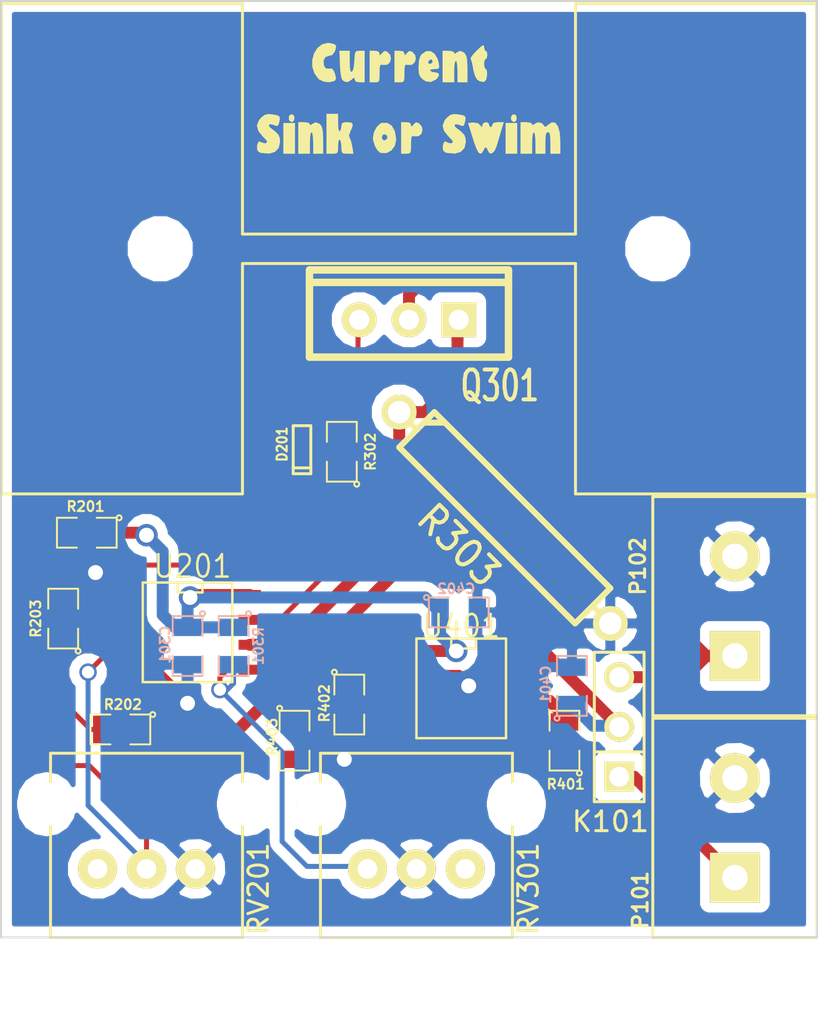
<source format=kicad_pcb>
(kicad_pcb (version 3) (host pcbnew "(2013-07-07 BZR 4022)-stable")

  (general
    (links 42)
    (no_connects 0)
    (area 105.820199 34.8488 148.209001 88.303301)
    (thickness 1.6)
    (drawings 4)
    (tracks 144)
    (zones 0)
    (modules 23)
    (nets 15)
  )

  (page A3)
  (layers
    (15 F.Cu signal)
    (0 B.Cu signal)
    (16 B.Adhes user)
    (17 F.Adhes user)
    (18 B.Paste user)
    (19 F.Paste user)
    (20 B.SilkS user)
    (21 F.SilkS user)
    (22 B.Mask user)
    (23 F.Mask user)
    (24 Dwgs.User user)
    (25 Cmts.User user)
    (26 Eco1.User user)
    (27 Eco2.User user)
    (28 Edge.Cuts user)
  )

  (setup
    (last_trace_width 0.254)
    (trace_clearance 0.254)
    (zone_clearance 0.508)
    (zone_45_only no)
    (trace_min 0.254)
    (segment_width 0.2)
    (edge_width 0.1)
    (via_size 0.889)
    (via_drill 0.635)
    (via_min_size 0.889)
    (via_min_drill 0.508)
    (uvia_size 0.508)
    (uvia_drill 0.127)
    (uvias_allowed no)
    (uvia_min_size 0.508)
    (uvia_min_drill 0.127)
    (pcb_text_width 0.3)
    (pcb_text_size 1.5 1.5)
    (mod_edge_width 0.15)
    (mod_text_size 1 1)
    (mod_text_width 0.15)
    (pad_size 0.6 0.7)
    (pad_drill 0)
    (pad_to_mask_clearance 0)
    (aux_axis_origin 0 0)
    (visible_elements 7FFFFFBF)
    (pcbplotparams
      (layerselection 284196865)
      (usegerberextensions false)
      (excludeedgelayer true)
      (linewidth 0.100000)
      (plotframeref false)
      (viasonmask false)
      (mode 1)
      (useauxorigin false)
      (hpglpennumber 1)
      (hpglpenspeed 20)
      (hpglpendiameter 15)
      (hpglpenoverlay 2)
      (psnegative false)
      (psa4output false)
      (plotreference true)
      (plotvalue false)
      (plotothertext true)
      (plotinvisibletext false)
      (padsonsilk false)
      (subtractmaskfromsilk true)
      (outputformat 1)
      (mirror false)
      (drillshape 0)
      (scaleselection 1)
      (outputdirectory ../GERBER/))
  )

  (net 0 "")
  (net 1 "/Current Control/Current_Sink+")
  (net 2 "/Current Control/FET_Gate")
  (net 3 "/Power Regulation/Vin")
  (net 4 2.7V)
  (net 5 GND)
  (net 6 N-000001)
  (net 7 N-0000011)
  (net 8 N-0000013)
  (net 9 N-0000014)
  (net 10 N-0000016)
  (net 11 N-0000017)
  (net 12 N-000006)
  (net 13 N-000007)
  (net 14 N-000009)

  (net_class Default "This is the default net class."
    (clearance 0.254)
    (trace_width 0.254)
    (via_dia 0.889)
    (via_drill 0.635)
    (uvia_dia 0.508)
    (uvia_drill 0.127)
    (add_net "")
    (add_net "/Current Control/FET_Gate")
    (add_net N-000001)
    (add_net N-0000011)
    (add_net N-0000013)
    (add_net N-0000016)
    (add_net N-0000017)
    (add_net N-000006)
    (add_net N-000007)
    (add_net N-000009)
  )

  (net_class Power ""
    (clearance 0.3048)
    (trace_width 0.6096)
    (via_dia 1.143)
    (via_drill 0.762)
    (uvia_dia 0.508)
    (uvia_drill 0.127)
    (add_net "/Current Control/Current_Sink+")
    (add_net "/Power Regulation/Vin")
    (add_net 2.7V)
    (add_net GND)
    (add_net N-0000014)
  )

  (module SO8N (layer F.Cu) (tedit 5606706B) (tstamp 55EC3014)
    (at 129.667 70.866 270)
    (descr "Module CMS SOJ 8 pins large")
    (tags "CMS SOJ")
    (path /55E5DF65/55E5E574)
    (attr smd)
    (fp_text reference U401 (at -3.175 0 360) (layer F.SilkS)
      (effects (font (size 1.143 1.016) (thickness 0.127)))
    )
    (fp_text value LM2931ACDG (at 0 1.27 270) (layer F.SilkS) hide
      (effects (font (size 1.016 1.016) (thickness 0.127)))
    )
    (fp_line (start -2.54 -2.286) (end 2.54 -2.286) (layer F.SilkS) (width 0.127))
    (fp_line (start 2.54 -2.286) (end 2.54 2.286) (layer F.SilkS) (width 0.127))
    (fp_line (start 2.54 2.286) (end -2.54 2.286) (layer F.SilkS) (width 0.127))
    (fp_line (start -2.54 2.286) (end -2.54 -2.286) (layer F.SilkS) (width 0.127))
    (fp_line (start -2.54 -0.762) (end -2.032 -0.762) (layer F.SilkS) (width 0.127))
    (fp_line (start -2.032 -0.762) (end -2.032 0.508) (layer F.SilkS) (width 0.127))
    (fp_line (start -2.032 0.508) (end -2.54 0.508) (layer F.SilkS) (width 0.127))
    (pad 8 smd rect (at -1.905 -3.175 270) (size 0.508 1.143)
      (layers F.Cu F.Paste F.Mask)
      (net 3 "/Power Regulation/Vin")
    )
    (pad 7 smd rect (at -0.635 -3.175 270) (size 0.508 1.143)
      (layers F.Cu F.Paste F.Mask)
      (net 5 GND)
    )
    (pad 6 smd rect (at 0.635 -3.175 270) (size 0.508 1.143)
      (layers F.Cu F.Paste F.Mask)
      (net 5 GND)
    )
    (pad 5 smd rect (at 1.905 -3.175 270) (size 0.508 1.143)
      (layers F.Cu F.Paste F.Mask)
      (net 10 N-0000016)
    )
    (pad 4 smd rect (at 1.905 3.175 270) (size 0.508 1.143)
      (layers F.Cu F.Paste F.Mask)
      (net 11 N-0000017)
    )
    (pad 3 smd rect (at 0.635 3.175 270) (size 0.508 1.143)
      (layers F.Cu F.Paste F.Mask)
      (net 5 GND)
    )
    (pad 2 smd rect (at -0.635 3.175 270) (size 0.508 1.143)
      (layers F.Cu F.Paste F.Mask)
      (net 5 GND)
    )
    (pad 1 smd rect (at -1.905 3.175 270) (size 0.508 1.143)
      (layers F.Cu F.Paste F.Mask)
      (net 4 2.7V)
    )
    (model smd/cms_so8.wrl
      (at (xyz 0 0 0))
      (scale (xyz 0.5 0.38 0.5))
      (rotate (xyz 0 0 0))
    )
  )

  (module SO8N (layer F.Cu) (tedit 56004579) (tstamp 55EC3027)
    (at 115.697 68.0085 270)
    (descr "Module CMS SOJ 8 pins large")
    (tags "CMS SOJ")
    (path /55E5DF61/55E5F043)
    (attr smd)
    (fp_text reference U201 (at -3.3655 -0.254 360) (layer F.SilkS)
      (effects (font (size 1.143 1.016) (thickness 0.127)))
    )
    (fp_text value LMV358 (at 0 1.27 270) (layer F.SilkS) hide
      (effects (font (size 1.016 1.016) (thickness 0.127)))
    )
    (fp_line (start -2.54 -2.286) (end 2.54 -2.286) (layer F.SilkS) (width 0.127))
    (fp_line (start 2.54 -2.286) (end 2.54 2.286) (layer F.SilkS) (width 0.127))
    (fp_line (start 2.54 2.286) (end -2.54 2.286) (layer F.SilkS) (width 0.127))
    (fp_line (start -2.54 2.286) (end -2.54 -2.286) (layer F.SilkS) (width 0.127))
    (fp_line (start -2.54 -0.762) (end -2.032 -0.762) (layer F.SilkS) (width 0.127))
    (fp_line (start -2.032 -0.762) (end -2.032 0.508) (layer F.SilkS) (width 0.127))
    (fp_line (start -2.032 0.508) (end -2.54 0.508) (layer F.SilkS) (width 0.127))
    (pad 8 smd rect (at -1.905 -3.175 270) (size 0.508 1.143)
      (layers F.Cu F.Paste F.Mask)
      (net 4 2.7V)
    )
    (pad 7 smd rect (at -0.635 -3.175 270) (size 0.508 1.143)
      (layers F.Cu F.Paste F.Mask)
      (net 7 N-0000011)
    )
    (pad 6 smd rect (at 0.635 -3.175 270) (size 0.508 1.143)
      (layers F.Cu F.Paste F.Mask)
      (net 9 N-0000014)
    )
    (pad 5 smd rect (at 1.905 -3.175 270) (size 0.508 1.143)
      (layers F.Cu F.Paste F.Mask)
      (net 8 N-0000013)
    )
    (pad 4 smd rect (at 1.905 3.175 270) (size 0.508 1.143)
      (layers F.Cu F.Paste F.Mask)
      (net 5 GND)
    )
    (pad 3 smd rect (at 0.635 3.175 270) (size 0.508 1.143)
      (layers F.Cu F.Paste F.Mask)
      (net 14 N-000009)
    )
    (pad 2 smd rect (at -0.635 3.175 270) (size 0.508 1.143)
      (layers F.Cu F.Paste F.Mask)
      (net 12 N-000006)
    )
    (pad 1 smd rect (at -1.905 3.175 270) (size 0.508 1.143)
      (layers F.Cu F.Paste F.Mask)
      (net 13 N-000007)
    )
    (model smd/cms_so8.wrl
      (at (xyz 0 0 0))
      (scale (xyz 0.5 0.38 0.5))
      (rotate (xyz 0 0 0))
    )
  )

  (module SM0805 (layer F.Cu) (tedit 560670CE) (tstamp 55EC3034)
    (at 121.158 73.533 270)
    (path /55E5DF65/55E5E580)
    (attr smd)
    (fp_text reference R403 (at -0.1905 1.143 270) (layer F.SilkS)
      (effects (font (size 0.50038 0.50038) (thickness 0.10922)))
    )
    (fp_text value 21.6K (at 0 0.381 270) (layer F.SilkS) hide
      (effects (font (size 0.50038 0.50038) (thickness 0.10922)))
    )
    (fp_circle (center -1.651 0.762) (end -1.651 0.635) (layer F.SilkS) (width 0.09906))
    (fp_line (start -0.508 0.762) (end -1.524 0.762) (layer F.SilkS) (width 0.09906))
    (fp_line (start -1.524 0.762) (end -1.524 -0.762) (layer F.SilkS) (width 0.09906))
    (fp_line (start -1.524 -0.762) (end -0.508 -0.762) (layer F.SilkS) (width 0.09906))
    (fp_line (start 0.508 -0.762) (end 1.524 -0.762) (layer F.SilkS) (width 0.09906))
    (fp_line (start 1.524 -0.762) (end 1.524 0.762) (layer F.SilkS) (width 0.09906))
    (fp_line (start 1.524 0.762) (end 0.508 0.762) (layer F.SilkS) (width 0.09906))
    (pad 1 smd rect (at -0.9525 0 270) (size 0.889 1.397)
      (layers F.Cu F.Paste F.Mask)
      (net 11 N-0000017)
    )
    (pad 2 smd rect (at 0.9525 0 270) (size 0.889 1.397)
      (layers F.Cu F.Paste F.Mask)
      (net 5 GND)
    )
    (model smd/chip_cms.wrl
      (at (xyz 0 0 0))
      (scale (xyz 0.1 0.1 0.1))
      (rotate (xyz 0 0 0))
    )
  )

  (module SM0805 (layer F.Cu) (tedit 560670D4) (tstamp 55EC3041)
    (at 123.952 71.6915 270)
    (path /55E5DF65/55E5E57A)
    (attr smd)
    (fp_text reference R402 (at -0.0635 1.27 270) (layer F.SilkS)
      (effects (font (size 0.50038 0.50038) (thickness 0.10922)))
    )
    (fp_text value 27K (at 0 0.381 270) (layer F.SilkS) hide
      (effects (font (size 0.50038 0.50038) (thickness 0.10922)))
    )
    (fp_circle (center -1.651 0.762) (end -1.651 0.635) (layer F.SilkS) (width 0.09906))
    (fp_line (start -0.508 0.762) (end -1.524 0.762) (layer F.SilkS) (width 0.09906))
    (fp_line (start -1.524 0.762) (end -1.524 -0.762) (layer F.SilkS) (width 0.09906))
    (fp_line (start -1.524 -0.762) (end -0.508 -0.762) (layer F.SilkS) (width 0.09906))
    (fp_line (start 0.508 -0.762) (end 1.524 -0.762) (layer F.SilkS) (width 0.09906))
    (fp_line (start 1.524 -0.762) (end 1.524 0.762) (layer F.SilkS) (width 0.09906))
    (fp_line (start 1.524 0.762) (end 0.508 0.762) (layer F.SilkS) (width 0.09906))
    (pad 1 smd rect (at -0.9525 0 270) (size 0.889 1.397)
      (layers F.Cu F.Paste F.Mask)
      (net 4 2.7V)
    )
    (pad 2 smd rect (at 0.9525 0 270) (size 0.889 1.397)
      (layers F.Cu F.Paste F.Mask)
      (net 11 N-0000017)
    )
    (model smd/chip_cms.wrl
      (at (xyz 0 0 0))
      (scale (xyz 0.1 0.1 0.1))
      (rotate (xyz 0 0 0))
    )
  )

  (module SM0805 (layer B.Cu) (tedit 560670E9) (tstamp 55EC304E)
    (at 135.3185 70.739 90)
    (path /55E5DF65/55E5E56E)
    (attr smd)
    (fp_text reference C401 (at 0.0635 -1.3335 90) (layer B.SilkS)
      (effects (font (size 0.50038 0.50038) (thickness 0.10922)) (justify mirror))
    )
    (fp_text value .1 (at 0 -0.381 90) (layer B.SilkS) hide
      (effects (font (size 0.50038 0.50038) (thickness 0.10922)) (justify mirror))
    )
    (fp_circle (center -1.651 -0.762) (end -1.651 -0.635) (layer B.SilkS) (width 0.09906))
    (fp_line (start -0.508 -0.762) (end -1.524 -0.762) (layer B.SilkS) (width 0.09906))
    (fp_line (start -1.524 -0.762) (end -1.524 0.762) (layer B.SilkS) (width 0.09906))
    (fp_line (start -1.524 0.762) (end -0.508 0.762) (layer B.SilkS) (width 0.09906))
    (fp_line (start 0.508 0.762) (end 1.524 0.762) (layer B.SilkS) (width 0.09906))
    (fp_line (start 1.524 0.762) (end 1.524 -0.762) (layer B.SilkS) (width 0.09906))
    (fp_line (start 1.524 -0.762) (end 0.508 -0.762) (layer B.SilkS) (width 0.09906))
    (pad 1 smd rect (at -0.9525 0 90) (size 0.889 1.397)
      (layers B.Cu B.Paste B.Mask)
      (net 3 "/Power Regulation/Vin")
    )
    (pad 2 smd rect (at 0.9525 0 90) (size 0.889 1.397)
      (layers B.Cu B.Paste B.Mask)
      (net 5 GND)
    )
    (model smd/chip_cms.wrl
      (at (xyz 0 0 0))
      (scale (xyz 0.1 0.1 0.1))
      (rotate (xyz 0 0 0))
    )
  )

  (module SM0805 (layer F.Cu) (tedit 56002B62) (tstamp 55EC305B)
    (at 134.9375 73.533 90)
    (path /55E5DF65/55E5E568)
    (attr smd)
    (fp_text reference R401 (at -2.2225 0.0635 180) (layer F.SilkS)
      (effects (font (size 0.50038 0.50038) (thickness 0.10922)))
    )
    (fp_text value 0 (at 0 0.381 90) (layer F.SilkS) hide
      (effects (font (size 0.50038 0.50038) (thickness 0.10922)))
    )
    (fp_circle (center -1.651 0.762) (end -1.651 0.635) (layer F.SilkS) (width 0.09906))
    (fp_line (start -0.508 0.762) (end -1.524 0.762) (layer F.SilkS) (width 0.09906))
    (fp_line (start -1.524 0.762) (end -1.524 -0.762) (layer F.SilkS) (width 0.09906))
    (fp_line (start -1.524 -0.762) (end -0.508 -0.762) (layer F.SilkS) (width 0.09906))
    (fp_line (start 0.508 -0.762) (end 1.524 -0.762) (layer F.SilkS) (width 0.09906))
    (fp_line (start 1.524 -0.762) (end 1.524 0.762) (layer F.SilkS) (width 0.09906))
    (fp_line (start 1.524 0.762) (end 0.508 0.762) (layer F.SilkS) (width 0.09906))
    (pad 1 smd rect (at -0.9525 0 90) (size 0.889 1.397)
      (layers F.Cu F.Paste F.Mask)
      (net 10 N-0000016)
    )
    (pad 2 smd rect (at 0.9525 0 90) (size 0.889 1.397)
      (layers F.Cu F.Paste F.Mask)
      (net 5 GND)
    )
    (model smd/chip_cms.wrl
      (at (xyz 0 0 0))
      (scale (xyz 0.1 0.1 0.1))
      (rotate (xyz 0 0 0))
    )
  )

  (module SM0805 (layer B.Cu) (tedit 560670FA) (tstamp 55EC3068)
    (at 129.54 66.9925)
    (path /55E5DF65/55E5E562)
    (attr smd)
    (fp_text reference C402 (at -0.127 -1.2065) (layer B.SilkS)
      (effects (font (size 0.50038 0.50038) (thickness 0.10922)) (justify mirror))
    )
    (fp_text value .1 (at 0 -0.381) (layer B.SilkS) hide
      (effects (font (size 0.50038 0.50038) (thickness 0.10922)) (justify mirror))
    )
    (fp_circle (center -1.651 -0.762) (end -1.651 -0.635) (layer B.SilkS) (width 0.09906))
    (fp_line (start -0.508 -0.762) (end -1.524 -0.762) (layer B.SilkS) (width 0.09906))
    (fp_line (start -1.524 -0.762) (end -1.524 0.762) (layer B.SilkS) (width 0.09906))
    (fp_line (start -1.524 0.762) (end -0.508 0.762) (layer B.SilkS) (width 0.09906))
    (fp_line (start 0.508 0.762) (end 1.524 0.762) (layer B.SilkS) (width 0.09906))
    (fp_line (start 1.524 0.762) (end 1.524 -0.762) (layer B.SilkS) (width 0.09906))
    (fp_line (start 1.524 -0.762) (end 0.508 -0.762) (layer B.SilkS) (width 0.09906))
    (pad 1 smd rect (at -0.9525 0) (size 0.889 1.397)
      (layers B.Cu B.Paste B.Mask)
      (net 4 2.7V)
    )
    (pad 2 smd rect (at 0.9525 0) (size 0.889 1.397)
      (layers B.Cu B.Paste B.Mask)
      (net 5 GND)
    )
    (model smd/chip_cms.wrl
      (at (xyz 0 0 0))
      (scale (xyz 0.1 0.1 0.1))
      (rotate (xyz 0 0 0))
    )
  )

  (module SM0805 (layer F.Cu) (tedit 56067101) (tstamp 55EC3075)
    (at 123.571 58.801 90)
    (path /55E5DF63/55E5E25A)
    (attr smd)
    (fp_text reference R302 (at 0 1.4605 90) (layer F.SilkS)
      (effects (font (size 0.50038 0.50038) (thickness 0.10922)))
    )
    (fp_text value 1K (at 0 0.381 90) (layer F.SilkS) hide
      (effects (font (size 0.50038 0.50038) (thickness 0.10922)))
    )
    (fp_circle (center -1.651 0.762) (end -1.651 0.635) (layer F.SilkS) (width 0.09906))
    (fp_line (start -0.508 0.762) (end -1.524 0.762) (layer F.SilkS) (width 0.09906))
    (fp_line (start -1.524 0.762) (end -1.524 -0.762) (layer F.SilkS) (width 0.09906))
    (fp_line (start -1.524 -0.762) (end -0.508 -0.762) (layer F.SilkS) (width 0.09906))
    (fp_line (start 0.508 -0.762) (end 1.524 -0.762) (layer F.SilkS) (width 0.09906))
    (fp_line (start 1.524 -0.762) (end 1.524 0.762) (layer F.SilkS) (width 0.09906))
    (fp_line (start 1.524 0.762) (end 0.508 0.762) (layer F.SilkS) (width 0.09906))
    (pad 1 smd rect (at -0.9525 0 90) (size 0.889 1.397)
      (layers F.Cu F.Paste F.Mask)
      (net 7 N-0000011)
    )
    (pad 2 smd rect (at 0.9525 0 90) (size 0.889 1.397)
      (layers F.Cu F.Paste F.Mask)
      (net 2 "/Current Control/FET_Gate")
    )
    (model smd/chip_cms.wrl
      (at (xyz 0 0 0))
      (scale (xyz 0.1 0.1 0.1))
      (rotate (xyz 0 0 0))
    )
  )

  (module SM0805 (layer B.Cu) (tedit 560670DE) (tstamp 55EC3082)
    (at 115.697 68.707 270)
    (path /55E5DF63/55E5E19D)
    (attr smd)
    (fp_text reference C301 (at -0.0635 1.143 270) (layer B.SilkS)
      (effects (font (size 0.50038 0.50038) (thickness 0.10922)) (justify mirror))
    )
    (fp_text value .1 (at 0 -0.381 270) (layer B.SilkS) hide
      (effects (font (size 0.50038 0.50038) (thickness 0.10922)) (justify mirror))
    )
    (fp_circle (center -1.651 -0.762) (end -1.651 -0.635) (layer B.SilkS) (width 0.09906))
    (fp_line (start -0.508 -0.762) (end -1.524 -0.762) (layer B.SilkS) (width 0.09906))
    (fp_line (start -1.524 -0.762) (end -1.524 0.762) (layer B.SilkS) (width 0.09906))
    (fp_line (start -1.524 0.762) (end -0.508 0.762) (layer B.SilkS) (width 0.09906))
    (fp_line (start 0.508 0.762) (end 1.524 0.762) (layer B.SilkS) (width 0.09906))
    (fp_line (start 1.524 0.762) (end 1.524 -0.762) (layer B.SilkS) (width 0.09906))
    (fp_line (start 1.524 -0.762) (end 0.508 -0.762) (layer B.SilkS) (width 0.09906))
    (pad 1 smd rect (at -0.9525 0 270) (size 0.889 1.397)
      (layers B.Cu B.Paste B.Mask)
      (net 4 2.7V)
    )
    (pad 2 smd rect (at 0.9525 0 270) (size 0.889 1.397)
      (layers B.Cu B.Paste B.Mask)
      (net 5 GND)
    )
    (model smd/chip_cms.wrl
      (at (xyz 0 0 0))
      (scale (xyz 0.1 0.1 0.1))
      (rotate (xyz 0 0 0))
    )
  )

  (module SM0805 (layer B.Cu) (tedit 560670E5) (tstamp 55EC308F)
    (at 118.0465 68.707 270)
    (path /55E5DF63/55E5E18B)
    (attr smd)
    (fp_text reference R301 (at 0 -1.27 270) (layer B.SilkS)
      (effects (font (size 0.50038 0.50038) (thickness 0.10922)) (justify mirror))
    )
    (fp_text value 68K (at 0 -0.381 270) (layer B.SilkS) hide
      (effects (font (size 0.50038 0.50038) (thickness 0.10922)) (justify mirror))
    )
    (fp_circle (center -1.651 -0.762) (end -1.651 -0.635) (layer B.SilkS) (width 0.09906))
    (fp_line (start -0.508 -0.762) (end -1.524 -0.762) (layer B.SilkS) (width 0.09906))
    (fp_line (start -1.524 -0.762) (end -1.524 0.762) (layer B.SilkS) (width 0.09906))
    (fp_line (start -1.524 0.762) (end -0.508 0.762) (layer B.SilkS) (width 0.09906))
    (fp_line (start 0.508 0.762) (end 1.524 0.762) (layer B.SilkS) (width 0.09906))
    (fp_line (start 1.524 0.762) (end 1.524 -0.762) (layer B.SilkS) (width 0.09906))
    (fp_line (start 1.524 -0.762) (end 0.508 -0.762) (layer B.SilkS) (width 0.09906))
    (pad 1 smd rect (at -0.9525 0 270) (size 0.889 1.397)
      (layers B.Cu B.Paste B.Mask)
      (net 4 2.7V)
    )
    (pad 2 smd rect (at 0.9525 0 270) (size 0.889 1.397)
      (layers B.Cu B.Paste B.Mask)
      (net 8 N-0000013)
    )
    (model smd/chip_cms.wrl
      (at (xyz 0 0 0))
      (scale (xyz 0.1 0.1 0.1))
      (rotate (xyz 0 0 0))
    )
  )

  (module SM0805 (layer F.Cu) (tedit 560670B6) (tstamp 55EC309C)
    (at 109.347 67.31 90)
    (path /55E5DF61/55E5F0C3)
    (attr smd)
    (fp_text reference R203 (at 0 -1.397 90) (layer F.SilkS)
      (effects (font (size 0.50038 0.50038) (thickness 0.10922)))
    )
    (fp_text value 1K (at 0 0.381 90) (layer F.SilkS) hide
      (effects (font (size 0.50038 0.50038) (thickness 0.10922)))
    )
    (fp_circle (center -1.651 0.762) (end -1.651 0.635) (layer F.SilkS) (width 0.09906))
    (fp_line (start -0.508 0.762) (end -1.524 0.762) (layer F.SilkS) (width 0.09906))
    (fp_line (start -1.524 0.762) (end -1.524 -0.762) (layer F.SilkS) (width 0.09906))
    (fp_line (start -1.524 -0.762) (end -0.508 -0.762) (layer F.SilkS) (width 0.09906))
    (fp_line (start 0.508 -0.762) (end 1.524 -0.762) (layer F.SilkS) (width 0.09906))
    (fp_line (start 1.524 -0.762) (end 1.524 0.762) (layer F.SilkS) (width 0.09906))
    (fp_line (start 1.524 0.762) (end 0.508 0.762) (layer F.SilkS) (width 0.09906))
    (pad 1 smd rect (at -0.9525 0 90) (size 0.889 1.397)
      (layers F.Cu F.Paste F.Mask)
      (net 12 N-000006)
    )
    (pad 2 smd rect (at 0.9525 0 90) (size 0.889 1.397)
      (layers F.Cu F.Paste F.Mask)
      (net 5 GND)
    )
    (model smd/chip_cms.wrl
      (at (xyz 0 0 0))
      (scale (xyz 0.1 0.1 0.1))
      (rotate (xyz 0 0 0))
    )
  )

  (module SM0805 (layer F.Cu) (tedit 560670C7) (tstamp 55EC30A9)
    (at 112.268 72.9615 180)
    (path /55E5DF61/55E5F0BD)
    (attr smd)
    (fp_text reference R202 (at -0.127 1.27 180) (layer F.SilkS)
      (effects (font (size 0.50038 0.50038) (thickness 0.10922)))
    )
    (fp_text value 9K (at 0 0.381 180) (layer F.SilkS) hide
      (effects (font (size 0.50038 0.50038) (thickness 0.10922)))
    )
    (fp_circle (center -1.651 0.762) (end -1.651 0.635) (layer F.SilkS) (width 0.09906))
    (fp_line (start -0.508 0.762) (end -1.524 0.762) (layer F.SilkS) (width 0.09906))
    (fp_line (start -1.524 0.762) (end -1.524 -0.762) (layer F.SilkS) (width 0.09906))
    (fp_line (start -1.524 -0.762) (end -0.508 -0.762) (layer F.SilkS) (width 0.09906))
    (fp_line (start 0.508 -0.762) (end 1.524 -0.762) (layer F.SilkS) (width 0.09906))
    (fp_line (start 1.524 -0.762) (end 1.524 0.762) (layer F.SilkS) (width 0.09906))
    (fp_line (start 1.524 0.762) (end 0.508 0.762) (layer F.SilkS) (width 0.09906))
    (pad 1 smd rect (at -0.9525 0 180) (size 0.889 1.397)
      (layers F.Cu F.Paste F.Mask)
      (net 1 "/Current Control/Current_Sink+")
    )
    (pad 2 smd rect (at 0.9525 0 180) (size 0.889 1.397)
      (layers F.Cu F.Paste F.Mask)
      (net 12 N-000006)
    )
    (model smd/chip_cms.wrl
      (at (xyz 0 0 0))
      (scale (xyz 0.1 0.1 0.1))
      (rotate (xyz 0 0 0))
    )
  )

  (module SM0805 (layer F.Cu) (tedit 560670BF) (tstamp 55EC30C3)
    (at 110.5535 62.9285 180)
    (path /55E5DF61/55E5F049)
    (attr smd)
    (fp_text reference R201 (at 0.0635 1.3335 180) (layer F.SilkS)
      (effects (font (size 0.50038 0.50038) (thickness 0.10922)))
    )
    (fp_text value 28,7K (at 0 0.381 180) (layer F.SilkS) hide
      (effects (font (size 0.50038 0.50038) (thickness 0.10922)))
    )
    (fp_circle (center -1.651 0.762) (end -1.651 0.635) (layer F.SilkS) (width 0.09906))
    (fp_line (start -0.508 0.762) (end -1.524 0.762) (layer F.SilkS) (width 0.09906))
    (fp_line (start -1.524 0.762) (end -1.524 -0.762) (layer F.SilkS) (width 0.09906))
    (fp_line (start -1.524 -0.762) (end -0.508 -0.762) (layer F.SilkS) (width 0.09906))
    (fp_line (start 0.508 -0.762) (end 1.524 -0.762) (layer F.SilkS) (width 0.09906))
    (fp_line (start 1.524 -0.762) (end 1.524 0.762) (layer F.SilkS) (width 0.09906))
    (fp_line (start 1.524 0.762) (end 0.508 0.762) (layer F.SilkS) (width 0.09906))
    (pad 1 smd rect (at -0.9525 0 180) (size 0.889 1.397)
      (layers F.Cu F.Paste F.Mask)
      (net 4 2.7V)
    )
    (pad 2 smd rect (at 0.9525 0 180) (size 0.889 1.397)
      (layers F.Cu F.Paste F.Mask)
      (net 14 N-000009)
    )
    (model smd/chip_cms.wrl
      (at (xyz 0 0 0))
      (scale (xyz 0.1 0.1 0.1))
      (rotate (xyz 0 0 0))
    )
  )

  (module R6 (layer F.Cu) (tedit 56067012) (tstamp 55EC30E0)
    (at 131.8895 62.1665 315)
    (descr "Resistance 6 pas")
    (tags R)
    (path /55E5DF63/55E5E178)
    (autoplace_cost180 10)
    (fp_text reference R303 (at -0.673519 2.649176 315) (layer F.SilkS)
      (effects (font (size 1.397 1.27) (thickness 0.2032)))
    )
    (fp_text value 0.1 (at 0.254 0 315) (layer F.SilkS) hide
      (effects (font (size 1.397 1.27) (thickness 0.2032)))
    )
    (fp_line (start -6.35 -1.27) (end 6.35 -1.27) (layer F.SilkS) (width 0.3048))
    (fp_line (start 6.35 -1.27) (end 6.35 1.27) (layer F.SilkS) (width 0.3048))
    (fp_line (start 6.35 1.27) (end -6.35 1.27) (layer F.SilkS) (width 0.3048))
    (fp_line (start 6.35 0) (end 7.62 0) (layer F.SilkS) (width 0.3048))
    (fp_line (start -7.62 0) (end -6.35 0) (layer F.SilkS) (width 0.3048))
    (fp_line (start -6.35 -0.508) (end -5.588 -1.27) (layer F.SilkS) (width 0.3048))
    (fp_line (start -6.35 -1.27) (end -6.35 1.27) (layer F.SilkS) (width 0.3048))
    (pad 1 thru_hole circle (at -7.62 0 315) (size 1.778 1.778) (drill 1.143)
      (layers *.Cu *.Mask F.SilkS)
      (net 9 N-0000014)
    )
    (pad 2 thru_hole circle (at 7.62 0 315) (size 1.778 1.778) (drill 1.143)
      (layers *.Cu *.Mask F.SilkS)
      (net 5 GND)
    )
    (model discret/resistor.wrl
      (at (xyz 0 0 0))
      (scale (xyz 0.6 0.6 0.6))
      (rotate (xyz 0 0 0))
    )
  )

  (module PIN_ARRAY_3X1 (layer F.Cu) (tedit 5606701D) (tstamp 55EC30EC)
    (at 137.7315 72.8345 90)
    (descr "Connecteur 3 pins")
    (tags "CONN DEV")
    (path /55E488F1)
    (fp_text reference K101 (at -4.826 -0.4445 180) (layer F.SilkS)
      (effects (font (size 1.016 1.016) (thickness 0.1524)))
    )
    (fp_text value CONN_3 (at 0 -2.159 90) (layer F.SilkS) hide
      (effects (font (size 1.016 1.016) (thickness 0.1524)))
    )
    (fp_line (start -3.81 1.27) (end -3.81 -1.27) (layer F.SilkS) (width 0.1524))
    (fp_line (start -3.81 -1.27) (end 3.81 -1.27) (layer F.SilkS) (width 0.1524))
    (fp_line (start 3.81 -1.27) (end 3.81 1.27) (layer F.SilkS) (width 0.1524))
    (fp_line (start 3.81 1.27) (end -3.81 1.27) (layer F.SilkS) (width 0.1524))
    (fp_line (start -1.27 -1.27) (end -1.27 1.27) (layer F.SilkS) (width 0.1524))
    (pad 1 thru_hole rect (at -2.54 0 90) (size 1.524 1.524) (drill 1.016)
      (layers *.Cu *.Mask F.SilkS)
      (net 6 N-000001)
    )
    (pad 2 thru_hole circle (at 0 0 90) (size 1.524 1.524) (drill 1.016)
      (layers *.Cu *.Mask F.SilkS)
      (net 3 "/Power Regulation/Vin")
    )
    (pad 3 thru_hole circle (at 2.54 0 90) (size 1.524 1.524) (drill 1.016)
      (layers *.Cu *.Mask F.SilkS)
      (net 1 "/Current Control/Current_Sink+")
    )
    (model pin_array/pins_array_3x1.wrl
      (at (xyz 0 0 0))
      (scale (xyz 1 1 1))
      (rotate (xyz 0 0 0))
    )
  )

  (module Terminal_Block_200mil_5mm (layer F.Cu) (tedit 56004287) (tstamp 55EC30F6)
    (at 143.637 77.978 90)
    (descr "Connecteurs 2 pins")
    (tags "CONN DEV")
    (path /55E48A06)
    (fp_text reference P101 (at -3.683 -4.826 90) (layer F.SilkS)
      (effects (font (size 0.762 0.762) (thickness 0.1524)))
    )
    (fp_text value CONN_2 (at 0.127 3.683 90) (layer F.SilkS) hide
      (effects (font (size 0.762 0.762) (thickness 0.1524)))
    )
    (fp_line (start -5.588 4.191) (end -5.588 -4.191) (layer F.SilkS) (width 0.1524))
    (fp_line (start -5.588 -4.191) (end 5.588 -4.191) (layer F.SilkS) (width 0.1524))
    (fp_line (start 5.588 -4.191) (end 5.588 4.191) (layer F.SilkS) (width 0.1524))
    (fp_line (start 5.588 4.191) (end -5.588 4.191) (layer F.SilkS) (width 0.1524))
    (pad 1 thru_hole rect (at -2.54 0 90) (size 2.54 2.54) (drill 1.3)
      (layers *.Cu *.Mask F.SilkS)
      (net 6 N-000001)
    )
    (pad 2 thru_hole circle (at 2.54 0 90) (size 2.54 2.54) (drill 1.3)
      (layers *.Cu *.Mask F.SilkS)
      (net 5 GND)
    )
    (model pin_array/pins_array_2x1.wrl
      (at (xyz 0 0 0))
      (scale (xyz 1 1 1))
      (rotate (xyz 0 0 0))
    )
  )

  (module Terminal_Block_200mil_5mm (layer F.Cu) (tedit 56004281) (tstamp 55EC3100)
    (at 143.637 66.675 90)
    (descr "Connecteurs 2 pins")
    (tags "CONN DEV")
    (path /55D77AF4)
    (fp_text reference P102 (at 2.032 -4.953 90) (layer F.SilkS)
      (effects (font (size 0.762 0.762) (thickness 0.1524)))
    )
    (fp_text value CONN_2 (at -0.3175 3.683 90) (layer F.SilkS) hide
      (effects (font (size 0.762 0.762) (thickness 0.1524)))
    )
    (fp_line (start -5.588 4.191) (end -5.588 -4.191) (layer F.SilkS) (width 0.1524))
    (fp_line (start -5.588 -4.191) (end 5.588 -4.191) (layer F.SilkS) (width 0.1524))
    (fp_line (start 5.588 -4.191) (end 5.588 4.191) (layer F.SilkS) (width 0.1524))
    (fp_line (start 5.588 4.191) (end -5.588 4.191) (layer F.SilkS) (width 0.1524))
    (pad 1 thru_hole rect (at -2.54 0 90) (size 2.54 2.54) (drill 1.3)
      (layers *.Cu *.Mask F.SilkS)
      (net 1 "/Current Control/Current_Sink+")
    )
    (pad 2 thru_hole circle (at 2.54 0 90) (size 2.54 2.54) (drill 1.3)
      (layers *.Cu *.Mask F.SilkS)
      (net 5 GND)
    )
    (model pin_array/pins_array_2x1.wrl
      (at (xyz 0 0 0))
      (scale (xyz 1 1 1))
      (rotate (xyz 0 0 0))
    )
  )

  (module BUK7575 (layer F.Cu) (tedit 56067F3E) (tstamp 55FD5AFE)
    (at 127 52.07 90)
    (descr "Regulateur TO220 serie LM78xx")
    (tags "TR TO220")
    (path /55E5DF63/55E5E185)
    (fp_text reference Q301 (at -3.3655 4.6355 180) (layer F.SilkS)
      (effects (font (size 1.524 1.016) (thickness 0.2032)))
    )
    (fp_text value BUK7575 (at 0.635 -6.35 90) (layer F.SilkS) hide
      (effects (font (size 1.524 1.016) (thickness 0.2032)))
    )
    (fp_line (start 1.905 -5.08) (end 2.54 -5.08) (layer F.SilkS) (width 0.381))
    (fp_line (start 2.54 -5.08) (end 2.54 5.08) (layer F.SilkS) (width 0.381))
    (fp_line (start 2.54 5.08) (end 1.905 5.08) (layer F.SilkS) (width 0.381))
    (fp_line (start -1.905 -5.08) (end 1.905 -5.08) (layer F.SilkS) (width 0.381))
    (fp_line (start 1.905 -5.08) (end 1.905 5.08) (layer F.SilkS) (width 0.381))
    (fp_line (start 1.905 5.08) (end -1.905 5.08) (layer F.SilkS) (width 0.381))
    (fp_line (start -1.905 5.08) (end -1.905 -5.08) (layer F.SilkS) (width 0.381))
    (pad G thru_hole circle (at 0 -2.54 90) (size 1.778 1.778) (drill 1.016)
      (layers *.Cu *.Mask F.SilkS)
      (net 2 "/Current Control/FET_Gate")
    )
    (pad D thru_hole circle (at 0 0 90) (size 1.778 1.778) (drill 1.016)
      (layers *.Cu *.Mask F.SilkS)
      (net 1 "/Current Control/Current_Sink+")
    )
    (pad S thru_hole rect (at 0 2.54 90) (size 1.778 1.778) (drill 1.016)
      (layers *.Cu *.Mask F.SilkS)
      (net 9 N-0000014)
    )
  )

  (module DIODE_1N4148WT (layer F.Cu) (tedit 5606707E) (tstamp 55FD6326)
    (at 121.539 58.547 270)
    (path /55E5DF61/55E5F084)
    (attr smd)
    (fp_text reference D201 (at -0.127 1.016 270) (layer F.SilkS)
      (effects (font (size 0.508 0.4572) (thickness 0.1143)))
    )
    (fp_text value DIODE (at 0.025 1.35 270) (layer F.SilkS) hide
      (effects (font (size 0.508 0.4572) (thickness 0.1143)))
    )
    (fp_line (start 1.375 -0.45) (end 1.375 0.45) (layer F.SilkS) (width 0.15))
    (fp_line (start 1.375 0.45) (end 1.05 0.45) (layer F.SilkS) (width 0.15))
    (fp_line (start 1.05 -0.45) (end 1.375 -0.45) (layer F.SilkS) (width 0.15))
    (fp_line (start -1.075 -0.45) (end 1.075 -0.45) (layer F.SilkS) (width 0.15))
    (fp_line (start 1.075 -0.45) (end 1.075 0.45) (layer F.SilkS) (width 0.15))
    (fp_line (start 1.075 0.45) (end -1.075 0.45) (layer F.SilkS) (width 0.15))
    (fp_line (start -1.075 0.45) (end -1.075 -0.45) (layer F.SilkS) (width 0.15))
    (pad 1 smd rect (at -0.7 0 270) (size 0.6 0.7)
      (layers F.Cu F.Paste F.Mask)
      (net 2 "/Current Control/FET_Gate")
    )
    (pad 2 smd rect (at 0.7 0 270) (size 0.6 0.7)
      (layers F.Cu F.Paste F.Mask)
      (net 13 N-000007)
    )
    (model smd\resistors\R0603.wrl
      (at (xyz 0 0 0.001))
      (scale (xyz 0.5 0.5 0.5))
      (rotate (xyz 0 0 0))
    )
  )

  (module LOGO_Final (layer F.Cu) (tedit 5606972B) (tstamp 5608122A)
    (at 126.9365 40.894)
    (fp_text reference G*** (at 0 4.826) (layer F.SilkS) hide
      (effects (font (size 1.524 1.524) (thickness 0.3048)))
    )
    (fp_text value Current_SOS_LOGO (at 0 -4.826) (layer F.SilkS) hide
      (effects (font (size 1.524 1.524) (thickness 0.3048)))
    )
    (fp_poly (pts (xy -6.51764 2.11074) (xy -6.58622 2.41554) (xy -6.77672 2.6162) (xy -7.07644 2.70256)
      (xy -7.47268 2.66954) (xy -7.5565 2.64922) (xy -7.67842 2.54254) (xy -7.6962 2.33172)
      (xy -7.65302 2.16154) (xy -7.57936 2.07518) (xy -7.48284 2.12344) (xy -7.3152 2.17932)
      (xy -7.23392 2.16662) (xy -7.1755 2.11328) (xy -7.22122 2.01676) (xy -7.38378 1.84658)
      (xy -7.40156 1.83134) (xy -7.6327 1.54178) (xy -7.69874 1.27) (xy -7.59714 1.00584)
      (xy -7.48538 0.87376) (xy -7.30758 0.72898) (xy -7.11962 0.6858) (xy -6.92912 0.70104)
      (xy -6.67512 0.74422) (xy -6.5532 0.80772) (xy -6.53034 0.9271) (xy -6.55828 1.08966)
      (xy -6.61162 1.25984) (xy -6.6929 1.29794) (xy -6.82244 1.24968) (xy -7.00786 1.20142)
      (xy -7.09676 1.23952) (xy -7.05866 1.33858) (xy -6.985 1.40462) (xy -6.731 1.6002)
      (xy -6.5913 1.75514) (xy -6.53034 1.92024) (xy -6.51764 2.11074) (xy -6.51764 2.11074)) (layer F.SilkS) (width 0.00254))
    (fp_poly (pts (xy -5.75564 2.70764) (xy -6.05282 2.70764) (xy -6.35 2.70764) (xy -6.35 1.92532)
      (xy -6.35 1.143) (xy -6.05282 1.143) (xy -5.75564 1.143) (xy -5.75564 1.92532)
      (xy -5.75564 2.70764) (xy -5.75564 2.70764)) (layer F.SilkS) (width 0.00254))
    (fp_poly (pts (xy -4.318 2.70764) (xy -4.572 2.70764) (xy -4.826 2.70764) (xy -4.826 2.159)
      (xy -4.8387 1.86944) (xy -4.86918 1.67386) (xy -4.90982 1.60782) (xy -4.95554 1.68402)
      (xy -4.98602 1.8923) (xy -4.99364 2.159) (xy -4.99364 2.70764) (xy -5.29082 2.70764)
      (xy -5.588 2.70764) (xy -5.588 1.905) (xy -5.588 1.09982) (xy -5.29082 1.09982)
      (xy -5.08508 1.12522) (xy -4.99618 1.1938) (xy -4.99364 1.20142) (xy -4.97078 1.25984)
      (xy -4.89204 1.20142) (xy -4.70916 1.1049) (xy -4.51104 1.17856) (xy -4.45008 1.2319)
      (xy -4.37642 1.36144) (xy -4.33324 1.5875) (xy -4.318 1.9431) (xy -4.318 2.03708)
      (xy -4.318 2.70764) (xy -4.318 2.70764)) (layer F.SilkS) (width 0.00254))
    (fp_poly (pts (xy -2.77114 2.70764) (xy -3.07848 2.70764) (xy -3.2766 2.69748) (xy -3.36296 2.63652)
      (xy -3.38582 2.47142) (xy -3.38582 2.3749) (xy -3.40614 2.14884) (xy -3.4544 2.00406)
      (xy -3.46964 1.98882) (xy -3.52552 2.02946) (xy -3.55346 2.21234) (xy -3.556 2.32156)
      (xy -3.56108 2.55778) (xy -3.60426 2.66954) (xy -3.71602 2.7051) (xy -3.85064 2.70764)
      (xy -4.14782 2.70764) (xy -4.14782 1.69164) (xy -4.14782 0.67564) (xy -3.85064 0.67564)
      (xy -3.556 0.67564) (xy -3.556 1.14554) (xy -3.5433 1.41986) (xy -3.5052 1.55702)
      (xy -3.46964 1.56464) (xy -3.40614 1.4478) (xy -3.38582 1.30556) (xy -3.36296 1.16586)
      (xy -3.26136 1.10998) (xy -3.08864 1.09982) (xy -2.8829 1.12268) (xy -2.80416 1.21158)
      (xy -2.8448 1.39192) (xy -2.921 1.55448) (xy -2.99974 1.78562) (xy -2.96672 1.89738)
      (xy -2.90322 2.03962) (xy -2.84226 2.2733) (xy -2.82956 2.35204) (xy -2.77114 2.70764)
      (xy -2.77114 2.70764)) (layer F.SilkS) (width 0.00254))
    (fp_poly (pts (xy -0.59182 1.99898) (xy -0.65786 2.30632) (xy -0.83312 2.54254) (xy -1.04394 2.6543)
      (xy -1.04394 1.80848) (xy -1.13284 1.72212) (xy -1.25476 1.73228) (xy -1.28016 1.7526)
      (xy -1.32588 1.88468) (xy -1.26492 2.00406) (xy -1.18364 2.032) (xy -1.07696 1.9685)
      (xy -1.0541 1.93802) (xy -1.04394 1.80848) (xy -1.04394 2.6543) (xy -1.0795 2.67462)
      (xy -1.3589 2.67208) (xy -1.41986 2.65176) (xy -1.55448 2.5273) (xy -1.67894 2.30378)
      (xy -1.76022 2.04724) (xy -1.778 1.905) (xy -1.72466 1.61036) (xy -1.58496 1.3462)
      (xy -1.39954 1.1684) (xy -1.31826 1.13538) (xy -1.03378 1.13792) (xy -0.81026 1.28524)
      (xy -0.65786 1.55956) (xy -0.59436 1.94056) (xy -0.59182 1.99898) (xy -0.59182 1.99898)) (layer F.SilkS) (width 0.00254))
    (fp_poly (pts (xy 0.75438 1.5113) (xy 0.69596 1.69418) (xy 0.55626 1.81356) (xy 0.36576 1.82372)
      (xy 0.254 1.80594) (xy 0.19558 1.85166) (xy 0.17272 1.99644) (xy 0.17018 2.24028)
      (xy 0.1651 2.50698) (xy 0.13716 2.64668) (xy 0.0635 2.70002) (xy -0.07874 2.70764)
      (xy -0.08382 2.70764) (xy -0.33782 2.70764) (xy -0.33782 1.905) (xy -0.33782 1.09982)
      (xy -0.08382 1.09982) (xy 0.10922 1.1303) (xy 0.17018 1.23698) (xy 0.17018 1.24206)
      (xy 0.18288 1.33096) (xy 0.24384 1.28524) (xy 0.2921 1.22174) (xy 0.41402 1.10998)
      (xy 0.55118 1.14046) (xy 0.56642 1.15062) (xy 0.71628 1.31318) (xy 0.75438 1.5113)
      (xy 0.75438 1.5113)) (layer F.SilkS) (width 0.00254))
    (fp_poly (pts (xy 2.96418 2.11074) (xy 2.89814 2.41554) (xy 2.70764 2.6162) (xy 2.40538 2.70256)
      (xy 2.00914 2.66954) (xy 1.92786 2.64922) (xy 1.8034 2.54254) (xy 1.78562 2.33172)
      (xy 1.83134 2.16154) (xy 1.90246 2.07518) (xy 1.99898 2.12344) (xy 2.16662 2.17932)
      (xy 2.25044 2.16662) (xy 2.30886 2.11328) (xy 2.26314 2.01676) (xy 2.09804 1.84658)
      (xy 2.08026 1.83134) (xy 1.84912 1.54178) (xy 1.78308 1.27) (xy 1.88468 1.00584)
      (xy 1.99644 0.87376) (xy 2.17424 0.72898) (xy 2.36474 0.6858) (xy 2.5527 0.70104)
      (xy 2.80924 0.74422) (xy 2.93116 0.80772) (xy 2.95402 0.9271) (xy 2.92354 1.08966)
      (xy 2.87274 1.25984) (xy 2.78892 1.29794) (xy 2.66192 1.24968) (xy 2.47396 1.20142)
      (xy 2.38506 1.23952) (xy 2.42316 1.33858) (xy 2.49936 1.40462) (xy 2.75082 1.6002)
      (xy 2.89306 1.75514) (xy 2.95148 1.92024) (xy 2.96418 2.11074) (xy 2.96418 2.11074)) (layer F.SilkS) (width 0.00254))
    (fp_poly (pts (xy 4.9022 1.09982) (xy 4.77012 1.54432) (xy 4.67106 1.87452) (xy 4.57454 2.20218)
      (xy 4.53644 2.32664) (xy 4.4323 2.56286) (xy 4.30276 2.68732) (xy 4.1783 2.68986)
      (xy 4.09194 2.55016) (xy 4.09194 2.54508) (xy 4.01574 2.39268) (xy 3.93192 2.40284)
      (xy 3.87096 2.54) (xy 3.77952 2.67716) (xy 3.6957 2.70764) (xy 3.6068 2.64414)
      (xy 3.50266 2.44348) (xy 3.37566 2.09296) (xy 3.32232 1.92532) (xy 3.08102 1.143)
      (xy 3.32486 1.11506) (xy 3.57886 1.15062) (xy 3.68808 1.24206) (xy 3.77698 1.3462)
      (xy 3.80492 1.31318) (xy 3.80746 1.24714) (xy 3.86842 1.13538) (xy 3.99796 1.09982)
      (xy 4.1148 1.14046) (xy 4.15036 1.22682) (xy 4.19354 1.33858) (xy 4.23418 1.35382)
      (xy 4.30784 1.28524) (xy 4.318 1.22682) (xy 4.38404 1.13284) (xy 4.59232 1.09982)
      (xy 4.6101 1.09982) (xy 4.9022 1.09982) (xy 4.9022 1.09982)) (layer F.SilkS) (width 0.00254))
    (fp_poly (pts (xy 5.588 2.70764) (xy 5.29336 2.70764) (xy 4.99618 2.70764) (xy 4.99618 1.92532)
      (xy 4.99618 1.143) (xy 5.29336 1.143) (xy 5.588 1.143) (xy 5.588 1.92532)
      (xy 5.588 2.70764) (xy 5.588 2.70764)) (layer F.SilkS) (width 0.00254))
    (fp_poly (pts (xy 7.79018 2.70764) (xy 7.53618 2.70764) (xy 7.28218 2.70764) (xy 7.28218 2.159)
      (xy 7.27202 1.84912) (xy 7.24408 1.6764) (xy 7.18312 1.61036) (xy 7.15518 1.60782)
      (xy 7.08406 1.64338) (xy 7.04342 1.77546) (xy 7.02818 2.032) (xy 7.02818 2.159)
      (xy 7.02818 2.70764) (xy 6.77418 2.70764) (xy 6.52018 2.70764) (xy 6.52018 2.159)
      (xy 6.50748 1.86944) (xy 6.477 1.67386) (xy 6.43636 1.60782) (xy 6.39064 1.68402)
      (xy 6.36016 1.8923) (xy 6.35 2.159) (xy 6.35 2.70764) (xy 6.05536 2.70764)
      (xy 5.75818 2.70764) (xy 5.75818 1.905) (xy 5.75818 1.09982) (xy 6.05536 1.09982)
      (xy 6.2611 1.12522) (xy 6.35 1.1938) (xy 6.35 1.20142) (xy 6.3754 1.25984)
      (xy 6.4516 1.20142) (xy 6.63956 1.10744) (xy 6.8326 1.143) (xy 6.92912 1.24206)
      (xy 7.00024 1.33858) (xy 7.08406 1.3081) (xy 7.15264 1.24206) (xy 7.35584 1.10744)
      (xy 7.52856 1.1303) (xy 7.66318 1.30048) (xy 7.75462 1.60782) (xy 7.79018 2.04216)
      (xy 7.79018 2.09296) (xy 7.79018 2.70764) (xy 7.79018 2.70764)) (layer F.SilkS) (width 0.00254))
    (fp_poly (pts (xy -5.77596 0.8763) (xy -5.81406 1.02616) (xy -5.92074 1.09982) (xy -5.92582 1.09982)
      (xy -6.02996 1.03124) (xy -6.06806 0.96774) (xy -6.0706 0.81026) (xy -5.98678 0.70866)
      (xy -5.86486 0.7112) (xy -5.8293 0.73914) (xy -5.77596 0.8763) (xy -5.77596 0.8763)) (layer F.SilkS) (width 0.00254))
    (fp_poly (pts (xy 5.56768 0.8763) (xy 5.53212 1.02616) (xy 5.42544 1.09982) (xy 5.42036 1.09982)
      (xy 5.31368 1.03124) (xy 5.27812 0.96774) (xy 5.27558 0.81026) (xy 5.3594 0.70866)
      (xy 5.48132 0.7112) (xy 5.51434 0.73914) (xy 5.56768 0.8763) (xy 5.56768 0.8763)) (layer F.SilkS) (width 0.00254))
    (fp_poly (pts (xy -3.65252 -2.78384) (xy -3.68554 -2.61112) (xy -3.72364 -2.50444) (xy -3.85064 -2.32664)
      (xy -4.0132 -2.286) (xy -4.2037 -2.21742) (xy -4.29768 -2.03708) (xy -4.27482 -1.78054)
      (xy -4.27228 -1.77038) (xy -4.1783 -1.6383) (xy -4.01574 -1.63068) (xy -3.87096 -1.63068)
      (xy -3.77698 -1.52908) (xy -3.71856 -1.37668) (xy -3.66268 -1.16332) (xy -3.68808 -1.04902)
      (xy -3.73634 -1.00838) (xy -3.98272 -0.93726) (xy -4.27228 -0.96266) (xy -4.5212 -1.07696)
      (xy -4.55168 -1.10236) (xy -4.76758 -1.39192) (xy -4.87172 -1.7272) (xy -4.87426 -2.07518)
      (xy -4.78536 -2.40284) (xy -4.61772 -2.67716) (xy -4.37896 -2.86766) (xy -4.08432 -2.94132)
      (xy -3.94462 -2.92862) (xy -3.73126 -2.87274) (xy -3.65252 -2.78384) (xy -3.65252 -2.78384)) (layer F.SilkS) (width 0.00254))
    (fp_poly (pts (xy -2.19964 -0.93218) (xy -2.45364 -0.93218) (xy -2.64922 -0.9652) (xy -2.70764 -1.07188)
      (xy -2.72034 -1.16586) (xy -2.78638 -1.14046) (xy -2.86258 -1.07188) (xy -3.04292 -0.94996)
      (xy -3.20294 -0.96266) (xy -3.302 -1.016) (xy -3.37312 -1.1176) (xy -3.42138 -1.33096)
      (xy -3.45186 -1.68148) (xy -3.45948 -1.81864) (xy -3.48742 -2.54) (xy -3.2258 -2.54)
      (xy -2.96164 -2.54) (xy -2.96164 -1.98374) (xy -2.95402 -1.66878) (xy -2.921 -1.50114)
      (xy -2.86258 -1.4605) (xy -2.8575 -1.4605) (xy -2.78892 -1.56718) (xy -2.7432 -1.81356)
      (xy -2.72542 -2.0193) (xy -2.70764 -2.30378) (xy -2.67716 -2.46126) (xy -2.61366 -2.5273)
      (xy -2.49174 -2.54) (xy -2.4511 -2.54) (xy -2.19964 -2.54) (xy -2.19964 -1.73736)
      (xy -2.19964 -0.93218) (xy -2.19964 -0.93218)) (layer F.SilkS) (width 0.00254))
    (fp_poly (pts (xy -0.85598 -2.13106) (xy -0.9144 -1.94564) (xy -1.05156 -1.82626) (xy -1.24206 -1.81864)
      (xy -1.35382 -1.83388) (xy -1.41224 -1.7907) (xy -1.4351 -1.64338) (xy -1.43764 -1.39954)
      (xy -1.44272 -1.13284) (xy -1.47066 -0.99314) (xy -1.54432 -0.9398) (xy -1.68656 -0.93218)
      (xy -1.69164 -0.93218) (xy -1.94564 -0.93218) (xy -1.94564 -1.73736) (xy -1.94564 -2.54)
      (xy -1.69164 -2.54) (xy -1.50114 -2.50952) (xy -1.44018 -2.40284) (xy -1.43764 -2.39776)
      (xy -1.42494 -2.30886) (xy -1.36652 -2.35712) (xy -1.31572 -2.41808) (xy -1.1938 -2.52984)
      (xy -1.05918 -2.49936) (xy -1.0414 -2.4892) (xy -0.89408 -2.32918) (xy -0.85598 -2.13106)
      (xy -0.85598 -2.13106)) (layer F.SilkS) (width 0.00254))
    (fp_poly (pts (xy 0.41402 -2.13106) (xy 0.3556 -1.94564) (xy 0.21844 -1.82626) (xy 0.02794 -1.81864)
      (xy -0.08382 -1.83388) (xy -0.14224 -1.7907) (xy -0.1651 -1.64338) (xy -0.16764 -1.39954)
      (xy -0.17272 -1.13284) (xy -0.20066 -0.99314) (xy -0.27432 -0.9398) (xy -0.41656 -0.93218)
      (xy -0.42164 -0.93218) (xy -0.67564 -0.93218) (xy -0.67564 -1.73736) (xy -0.67564 -2.54)
      (xy -0.42164 -2.54) (xy -0.23114 -2.50952) (xy -0.17018 -2.40284) (xy -0.16764 -2.39776)
      (xy -0.15494 -2.30886) (xy -0.09652 -2.35712) (xy -0.04572 -2.41808) (xy 0.0762 -2.52984)
      (xy 0.21082 -2.49936) (xy 0.2286 -2.4892) (xy 0.37592 -2.32918) (xy 0.41402 -2.13106)
      (xy 0.41402 -2.13106)) (layer F.SilkS) (width 0.00254))
    (fp_poly (pts (xy 1.60528 -1.7145) (xy 1.5621 -1.62814) (xy 1.41478 -1.61036) (xy 1.36144 -1.61036)
      (xy 1.27 -1.6002) (xy 1.27 -1.99898) (xy 1.22174 -2.0955) (xy 1.17094 -2.09804)
      (xy 1.05918 -2.01422) (xy 1.04394 -1.91262) (xy 1.13538 -1.86436) (xy 1.25222 -1.93294)
      (xy 1.27 -1.99898) (xy 1.27 -1.6002) (xy 1.18618 -1.5875) (xy 1.14046 -1.53162)
      (xy 1.143 -1.524) (xy 1.25984 -1.4605) (xy 1.40208 -1.44018) (xy 1.56718 -1.39446)
      (xy 1.6002 -1.27762) (xy 1.49352 -1.12268) (xy 1.41986 -1.06426) (xy 1.16332 -0.94488)
      (xy 0.91948 -0.98298) (xy 0.75184 -1.09474) (xy 0.62992 -1.22428) (xy 0.56896 -1.39446)
      (xy 0.55118 -1.6637) (xy 0.55118 -1.71958) (xy 0.57404 -2.06248) (xy 0.65532 -2.28854)
      (xy 0.7112 -2.3622) (xy 0.93726 -2.51968) (xy 1.16586 -2.52222) (xy 1.3716 -2.3876)
      (xy 1.524 -2.1336) (xy 1.58242 -1.9177) (xy 1.60528 -1.7145) (xy 1.60528 -1.7145)) (layer F.SilkS) (width 0.00254))
    (fp_poly (pts (xy 3.048 -0.93218) (xy 2.794 -0.93218) (xy 2.54 -0.93218) (xy 2.54 -1.48336)
      (xy 2.5273 -1.77038) (xy 2.49682 -1.9685) (xy 2.45618 -2.032) (xy 2.41046 -1.9558)
      (xy 2.37998 -1.75006) (xy 2.37236 -1.48336) (xy 2.37236 -0.93218) (xy 2.07518 -0.93218)
      (xy 1.778 -0.93218) (xy 1.778 -1.73736) (xy 1.778 -2.54) (xy 2.07518 -2.54)
      (xy 2.28092 -2.5146) (xy 2.36982 -2.44856) (xy 2.37236 -2.4384) (xy 2.39522 -2.37998)
      (xy 2.47396 -2.4384) (xy 2.65684 -2.53492) (xy 2.85496 -2.4638) (xy 2.91592 -2.40792)
      (xy 2.98958 -2.27838) (xy 3.03276 -2.05232) (xy 3.048 -1.69926) (xy 3.048 -1.60274)
      (xy 3.048 -0.93218) (xy 3.048 -0.93218)) (layer F.SilkS) (width 0.00254))
    (fp_poly (pts (xy 4.064 -2.32918) (xy 4.03606 -2.1717) (xy 3.98018 -2.11836) (xy 3.91922 -2.0447)
      (xy 3.89636 -1.8669) (xy 3.89636 -1.86436) (xy 3.92176 -1.68656) (xy 3.98272 -1.61036)
      (xy 3.98526 -1.61036) (xy 4.0386 -1.53416) (xy 4.0513 -1.34112) (xy 4.04876 -1.29286)
      (xy 4.00558 -1.06934) (xy 3.91414 -0.96774) (xy 3.8481 -0.94996) (xy 3.66014 -0.9906)
      (xy 3.5306 -1.08204) (xy 3.43408 -1.25984) (xy 3.35534 -1.52654) (xy 3.33248 -1.65862)
      (xy 3.28676 -1.90754) (xy 3.23342 -2.0828) (xy 3.20548 -2.12344) (xy 3.22326 -2.19964)
      (xy 3.3401 -2.35712) (xy 3.51536 -2.54254) (xy 3.7211 -2.73812) (xy 3.8354 -2.82194)
      (xy 3.8862 -2.80924) (xy 3.89636 -2.72796) (xy 3.92684 -2.58064) (xy 3.98018 -2.54)
      (xy 4.04368 -2.46888) (xy 4.064 -2.32918) (xy 4.064 -2.32918)) (layer F.SilkS) (width 0.00254))
  )

  (module ALPS_29_0001_Potenciometer_10k (layer F.Cu) (tedit 5606C02E) (tstamp 55FD5704)
    (at 127.381 80.0735)
    (path /55E5DF63/55E5E197)
    (fp_text reference RV301 (at 5.715 1.016 90) (layer F.SilkS)
      (effects (font (size 1 1) (thickness 0.15)))
    )
    (fp_text value POT (at 0.025 -6.6) (layer F.SilkS) hide
      (effects (font (size 1 1) (thickness 0.15)))
    )
    (fp_line (start 1.3 7.85) (end 2.05 7.85) (layer Eco1.User) (width 0.15))
    (fp_line (start 2.05 7.825) (end 2.05 3.525) (layer Eco1.User) (width 0.15))
    (fp_line (start -1.875 3.5) (end -1.875 7.85) (layer Eco1.User) (width 0.15))
    (fp_line (start -1.875 7.85) (end 1.325 7.85) (layer Eco1.User) (width 0.15))
    (fp_line (start -4.9 3.5) (end 4.9 3.5) (layer F.SilkS) (width 0.15))
    (fp_line (start -4.9 -5.9) (end 4.9 -5.9) (layer F.SilkS) (width 0.15))
    (fp_line (start 4.9 -5.9) (end 4.9 3.5) (layer F.SilkS) (width 0.15))
    (fp_line (start -4.9 -5.9) (end -4.9 3.5) (layer F.SilkS) (width 0.15))
    (pad 2 thru_hole circle (at 0 0) (size 2 2) (drill 1)
      (layers *.Cu *.Mask F.SilkS)
      (net 5 GND)
    )
    (pad 3 thru_hole circle (at 2.5 0) (size 2 2) (drill 1)
      (layers *.Cu *.Mask F.SilkS)
    )
    (pad 1 thru_hole circle (at -2.5 0) (size 2 2) (drill 1)
      (layers *.Cu *.Mask F.SilkS)
      (net 8 N-0000013)
    )
    (pad "" np_thru_hole oval (at 5.1 -3.3) (size 2 2.2) (drill oval 2 2.2)
      (layers *.Cu *.Mask F.SilkS)
    )
    (pad "" np_thru_hole oval (at -5.1 -3.3) (size 2 2.2) (drill oval 2 2.2)
      (layers *.Cu *.Mask F.SilkS)
    )
  )

  (module ALPS_29_0001_Potenciometer_10k (layer F.Cu) (tedit 5606C02E) (tstamp 55FD56F3)
    (at 113.6015 80.0735)
    (path /55E5DF61/55E5F055)
    (fp_text reference RV201 (at 5.715 1.016 90) (layer F.SilkS)
      (effects (font (size 1 1) (thickness 0.15)))
    )
    (fp_text value POT (at 0.025 -6.6) (layer F.SilkS) hide
      (effects (font (size 1 1) (thickness 0.15)))
    )
    (fp_line (start 1.3 7.85) (end 2.05 7.85) (layer Eco1.User) (width 0.15))
    (fp_line (start 2.05 7.825) (end 2.05 3.525) (layer Eco1.User) (width 0.15))
    (fp_line (start -1.875 3.5) (end -1.875 7.85) (layer Eco1.User) (width 0.15))
    (fp_line (start -1.875 7.85) (end 1.325 7.85) (layer Eco1.User) (width 0.15))
    (fp_line (start -4.9 3.5) (end 4.9 3.5) (layer F.SilkS) (width 0.15))
    (fp_line (start -4.9 -5.9) (end 4.9 -5.9) (layer F.SilkS) (width 0.15))
    (fp_line (start 4.9 -5.9) (end 4.9 3.5) (layer F.SilkS) (width 0.15))
    (fp_line (start -4.9 -5.9) (end -4.9 3.5) (layer F.SilkS) (width 0.15))
    (pad 2 thru_hole circle (at 0 0) (size 2 2) (drill 1)
      (layers *.Cu *.Mask F.SilkS)
      (net 14 N-000009)
    )
    (pad 3 thru_hole circle (at 2.5 0) (size 2 2) (drill 1)
      (layers *.Cu *.Mask F.SilkS)
      (net 5 GND)
    )
    (pad 1 thru_hole circle (at -2.5 0) (size 2 2) (drill 1)
      (layers *.Cu *.Mask F.SilkS)
    )
    (pad "" np_thru_hole oval (at 5.1 -3.3) (size 2 2.2) (drill oval 2 2.2)
      (layers *.Cu *.Mask F.SilkS)
    )
    (pad "" np_thru_hole oval (at -5.1 -3.3) (size 2 2.2) (drill oval 2 2.2)
      (layers *.Cu *.Mask F.SilkS)
    )
  )

  (module Heat_Sink_FA-T220-38E (layer F.Cu) (tedit 560D5F32) (tstamp 560D5FCC)
    (at 127 48.4505)
    (path /55E5DF63/55EDB470)
    (fp_text reference P301 (at 0.3175 -2.6035) (layer F.SilkS) hide
      (effects (font (size 1 1) (thickness 0.15)))
    )
    (fp_text value HEATSINK (at 0 -2.8575) (layer F.SilkS) hide
      (effects (font (size 1 1) (thickness 0.15)))
    )
    (fp_line (start 12.3 12.5) (end 8.5 12.5) (layer F.SilkS) (width 0.15))
    (fp_line (start -12.3 12.5) (end -8.5 12.5) (layer F.SilkS) (width 0.15))
    (fp_line (start -8.5 -12.5) (end -12.3 -12.5) (layer F.SilkS) (width 0.15))
    (fp_line (start 12.3 -12.5) (end 8.5 -12.5) (layer F.SilkS) (width 0.15))
    (fp_line (start -8.5 12.5) (end -8.5 0.75) (layer F.SilkS) (width 0.15))
    (fp_line (start -8.5 0.75) (end 8.5 0.75) (layer F.SilkS) (width 0.15))
    (fp_line (start 8.5 0.75) (end 8.5 12.5) (layer F.SilkS) (width 0.15))
    (fp_line (start -8.5 -0.75) (end 8.5 -0.75) (layer F.SilkS) (width 0.15))
    (fp_line (start -8.5 -12.5) (end -8.5 -0.75) (layer F.SilkS) (width 0.15))
    (fp_line (start 8.5 -12.5) (end 8.5 -0.75) (layer F.SilkS) (width 0.15))
    (fp_line (start 20.8 -12.5) (end 12.3 -12.5) (layer F.SilkS) (width 0.15))
    (fp_line (start -20.8 12.5) (end -12.3 12.5) (layer F.SilkS) (width 0.15))
    (fp_line (start -20.8 -12.5) (end -12.3 -12.5) (layer F.SilkS) (width 0.15))
    (fp_line (start 20.8 -12.5) (end 20.8 12.5) (layer F.SilkS) (width 0.15))
    (fp_line (start 20.8 12.5) (end 12.3 12.5) (layer F.SilkS) (width 0.15))
    (fp_line (start -20.8 12.5) (end -20.8 -12.5) (layer F.SilkS) (width 0.15))
    (pad "" np_thru_hole circle (at -12.7 0) (size 2.3 2.3) (drill 2.3)
      (layers *.Cu *.Mask F.SilkS)
    )
    (pad "" np_thru_hole circle (at 12.7 0) (size 2.3 2.3) (drill 2.3)
      (layers *.Cu *.Mask F.SilkS)
    )
  )

  (gr_line (start 147.828 35.814) (end 106.172 35.814) (angle 90) (layer Edge.Cuts) (width 0.1) (tstamp 55FD553B))
  (gr_line (start 147.828 83.566) (end 147.828 35.814) (angle 90) (layer Edge.Cuts) (width 0.1))
  (gr_line (start 106.172 83.566) (end 147.828 83.566) (angle 90) (layer Edge.Cuts) (width 0.1))
  (gr_line (start 106.172 35.814) (end 106.172 83.566) (angle 90) (layer Edge.Cuts) (width 0.1))

  (segment (start 134.0485 52.959) (end 134.0485 51.689) (width 0.6096) (layer F.Cu) (net 1))
  (segment (start 127 50.8) (end 127 52.07) (width 0.6096) (layer F.Cu) (net 1) (tstamp 560D602A))
  (segment (start 127.762 50.038) (end 127 50.8) (width 0.6096) (layer F.Cu) (net 1) (tstamp 560D6029))
  (segment (start 132.3975 50.038) (end 127.762 50.038) (width 0.6096) (layer F.Cu) (net 1) (tstamp 560D6028))
  (segment (start 134.0485 51.689) (end 132.3975 50.038) (width 0.6096) (layer F.Cu) (net 1) (tstamp 560D6027))
  (segment (start 113.2205 72.9615) (end 118.3005 72.9615) (width 0.6096) (layer F.Cu) (net 1))
  (segment (start 129.921 62.1665) (end 136.017 62.1665) (width 0.6096) (layer F.Cu) (net 1))
  (segment (start 129.0955 62.1665) (end 129.921 62.1665) (width 0.6096) (layer F.Cu) (net 1) (tstamp 560425C7))
  (segment (start 118.3005 72.9615) (end 129.0955 62.1665) (width 0.6096) (layer F.Cu) (net 1) (tstamp 560425C0))
  (segment (start 137.7315 70.2945) (end 141.097 70.2945) (width 0.6096) (layer F.Cu) (net 1))
  (segment (start 141.097 70.2945) (end 142.1765 69.215) (width 0.6096) (layer F.Cu) (net 1) (tstamp 560042A0))
  (segment (start 142.1765 69.215) (end 143.637 69.215) (width 0.6096) (layer F.Cu) (net 1) (tstamp 560042A1))
  (segment (start 142.1765 69.215) (end 143.637 69.215) (width 0.6096) (layer F.Cu) (net 1) (tstamp 56004237))
  (segment (start 140.843 67.8815) (end 142.1765 69.215) (width 0.6096) (layer F.Cu) (net 1) (tstamp 56004236))
  (segment (start 140.843 64.0715) (end 140.843 67.8815) (width 0.6096) (layer F.Cu) (net 1) (tstamp 56004234))
  (segment (start 138.938 62.1665) (end 140.843 64.0715) (width 0.6096) (layer F.Cu) (net 1) (tstamp 5600422E))
  (segment (start 136.017 62.1665) (end 138.938 62.1665) (width 0.6096) (layer F.Cu) (net 1) (tstamp 56004228))
  (segment (start 134.0485 60.198) (end 136.017 62.1665) (width 0.6096) (layer F.Cu) (net 1) (tstamp 56004226))
  (segment (start 134.0485 52.8955) (end 134.0485 52.959) (width 0.6096) (layer F.Cu) (net 1) (tstamp 56004222))
  (segment (start 134.0485 52.959) (end 134.0485 60.198) (width 0.6096) (layer F.Cu) (net 1) (tstamp 560D6025))
  (segment (start 124.3965 53.086) (end 124.3965 52.1335) (width 0.254) (layer F.Cu) (net 2))
  (segment (start 124.3965 52.1335) (end 124.46 52.07) (width 0.254) (layer F.Cu) (net 2) (tstamp 560D6022))
  (segment (start 121.539 57.847) (end 121.539 57.7215) (width 0.254) (layer F.Cu) (net 2))
  (segment (start 121.539 57.7215) (end 123.571 55.6895) (width 0.254) (layer F.Cu) (net 2) (tstamp 56042097))
  (segment (start 123.571 57.8485) (end 123.571 55.6895) (width 0.254) (layer F.Cu) (net 2))
  (segment (start 124.3965 54.864) (end 124.3965 53.086) (width 0.254) (layer F.Cu) (net 2) (tstamp 56042094))
  (segment (start 124.3965 53.086) (end 124.3965 52.8955) (width 0.254) (layer F.Cu) (net 2) (tstamp 560D6020))
  (segment (start 123.571 55.6895) (end 124.3965 54.864) (width 0.254) (layer F.Cu) (net 2) (tstamp 56042093))
  (segment (start 135.3185 71.6915) (end 136.398 72.771) (width 0.6096) (layer B.Cu) (net 3))
  (segment (start 137.668 72.771) (end 137.7315 72.8345) (width 0.6096) (layer B.Cu) (net 3) (tstamp 56042807))
  (segment (start 136.398 72.771) (end 137.668 72.771) (width 0.6096) (layer B.Cu) (net 3) (tstamp 56042806))
  (segment (start 135.89 70.993) (end 134.112 69.215) (width 0.6096) (layer F.Cu) (net 3))
  (segment (start 137.7315 72.8345) (end 135.89 70.993) (width 0.6096) (layer F.Cu) (net 3) (tstamp 560424FD))
  (segment (start 133.858 68.961) (end 132.842 68.961) (width 0.6096) (layer F.Cu) (net 3) (tstamp 5604250A))
  (segment (start 134.112 69.215) (end 133.858 68.961) (width 0.6096) (layer F.Cu) (net 3) (tstamp 56042506))
  (segment (start 111.506 62.9285) (end 113.4745 62.9285) (width 0.6096) (layer F.Cu) (net 4))
  (segment (start 114.427 63.881) (end 114.427 66.4845) (width 0.6096) (layer B.Cu) (net 4) (tstamp 56041EA3))
  (segment (start 113.6015 63.0555) (end 114.427 63.881) (width 0.6096) (layer B.Cu) (net 4) (tstamp 56041EA2))
  (via (at 113.6015 63.0555) (size 1.143) (layers F.Cu B.Cu) (net 4))
  (segment (start 113.4745 62.9285) (end 113.6015 63.0555) (width 0.6096) (layer F.Cu) (net 4) (tstamp 560428AA))
  (segment (start 118.0465 67.7545) (end 115.697 67.7545) (width 0.6096) (layer B.Cu) (net 4))
  (segment (start 117.221 66.2305) (end 127.8255 66.2305) (width 0.6096) (layer B.Cu) (net 4))
  (segment (start 115.824 66.2305) (end 117.221 66.2305) (width 0.6096) (layer B.Cu) (net 4) (tstamp 5604247F))
  (segment (start 127.8255 66.2305) (end 128.5875 66.9925) (width 0.6096) (layer B.Cu) (net 4) (tstamp 5604262D))
  (segment (start 123.952 70.739) (end 123.952 70.2945) (width 0.6096) (layer F.Cu) (net 4))
  (segment (start 125.2855 68.961) (end 126.492 68.961) (width 0.6096) (layer F.Cu) (net 4) (tstamp 560424A9))
  (segment (start 123.952 70.2945) (end 125.2855 68.961) (width 0.6096) (layer F.Cu) (net 4) (tstamp 560424A8))
  (segment (start 126.492 68.961) (end 129.413 68.961) (width 0.6096) (layer F.Cu) (net 4))
  (via (at 129.413 68.961) (size 1.143) (layers F.Cu B.Cu) (net 4))
  (segment (start 129.413 68.961) (end 128.5875 68.1355) (width 0.6096) (layer B.Cu) (net 4) (tstamp 5604247A))
  (segment (start 128.5875 68.1355) (end 128.5875 66.9925) (width 0.6096) (layer B.Cu) (net 4) (tstamp 5604247B))
  (segment (start 114.427 66.4845) (end 114.427 67.1195) (width 0.6096) (layer B.Cu) (net 4))
  (segment (start 115.062 67.7545) (end 115.697 67.7545) (width 0.6096) (layer B.Cu) (net 4) (tstamp 56042227))
  (segment (start 114.427 67.1195) (end 115.062 67.7545) (width 0.6096) (layer B.Cu) (net 4) (tstamp 56042226))
  (segment (start 115.697 67.7545) (end 115.697 66.3575) (width 0.6096) (layer B.Cu) (net 4))
  (segment (start 115.697 66.3575) (end 115.824 66.2305) (width 0.6096) (layer B.Cu) (net 4) (tstamp 560421EC))
  (segment (start 114.427 66.4845) (end 114.427 66.548) (width 0.6096) (layer B.Cu) (net 4) (tstamp 56042224))
  (segment (start 118.872 66.1035) (end 115.951 66.1035) (width 0.6096) (layer F.Cu) (net 4))
  (segment (start 115.951 66.1035) (end 115.824 66.2305) (width 0.6096) (layer F.Cu) (net 4) (tstamp 560045AC))
  (via (at 115.824 66.2305) (size 1.143) (layers F.Cu B.Cu) (net 4))
  (segment (start 115.824 66.2305) (end 115.7605 66.294) (width 0.6096) (layer B.Cu) (net 4) (tstamp 560045AE))
  (segment (start 121.158 74.4855) (end 123.698 74.4855) (width 0.6096) (layer F.Cu) (net 5))
  (via (at 123.698 74.4855) (size 1.143) (layers F.Cu B.Cu) (net 5))
  (segment (start 109.347 66.3575) (end 109.601 66.3575) (width 0.6096) (layer F.Cu) (net 5))
  (via (at 110.998 64.9605) (size 1.143) (layers F.Cu B.Cu) (net 5))
  (segment (start 109.601 66.3575) (end 110.998 64.9605) (width 0.6096) (layer F.Cu) (net 5) (tstamp 560428AD))
  (segment (start 134.9375 72.5805) (end 134.9375 72.263) (width 0.6096) (layer F.Cu) (net 5))
  (segment (start 134.1755 71.501) (end 132.842 71.501) (width 0.6096) (layer F.Cu) (net 5) (tstamp 56042525))
  (segment (start 134.9375 72.263) (end 134.1755 71.501) (width 0.6096) (layer F.Cu) (net 5) (tstamp 56042524))
  (segment (start 132.842 71.501) (end 130.81 71.501) (width 0.6096) (layer F.Cu) (net 5))
  (via (at 130.048 70.739) (size 1.143) (layers F.Cu B.Cu) (net 5))
  (segment (start 130.81 71.501) (end 130.048 70.739) (width 0.6096) (layer F.Cu) (net 5) (tstamp 5604239E))
  (segment (start 126.492 71.501) (end 129.286 71.501) (width 0.6096) (layer F.Cu) (net 5))
  (segment (start 129.286 71.501) (end 130.048 70.739) (width 0.6096) (layer F.Cu) (net 5) (tstamp 5604239B))
  (segment (start 126.492 70.231) (end 129.54 70.231) (width 0.6096) (layer F.Cu) (net 5))
  (segment (start 130.556 70.231) (end 130.048 70.739) (width 0.6096) (layer F.Cu) (net 5) (tstamp 56042394))
  (segment (start 130.556 70.231) (end 132.842 70.231) (width 0.6096) (layer F.Cu) (net 5))
  (segment (start 129.54 70.231) (end 130.048 70.739) (width 0.6096) (layer F.Cu) (net 5) (tstamp 56042398))
  (segment (start 115.697 69.6595) (end 115.697 71.628) (width 0.6096) (layer B.Cu) (net 5))
  (segment (start 112.522 69.9135) (end 113.9825 69.9135) (width 0.6096) (layer F.Cu) (net 5))
  (segment (start 115.697 71.628) (end 115.7605 71.5645) (width 0.6096) (layer B.Cu) (net 5) (tstamp 56042026))
  (via (at 115.697 71.628) (size 1.143) (layers F.Cu B.Cu) (net 5))
  (segment (start 113.9825 69.9135) (end 115.697 71.628) (width 0.6096) (layer F.Cu) (net 5) (tstamp 56042024))
  (segment (start 137.7315 75.3745) (end 138.4935 75.3745) (width 0.6096) (layer F.Cu) (net 6))
  (segment (start 138.4935 75.3745) (end 143.637 80.518) (width 0.6096) (layer F.Cu) (net 6) (tstamp 560042A4))
  (segment (start 123.571 59.7535) (end 123.571 64.1985) (width 0.254) (layer F.Cu) (net 7))
  (segment (start 120.396 67.3735) (end 118.872 67.3735) (width 0.254) (layer F.Cu) (net 7) (tstamp 56041E9C))
  (segment (start 123.571 64.1985) (end 120.396 67.3735) (width 0.254) (layer F.Cu) (net 7) (tstamp 56041E9A))
  (segment (start 117.348 70.9295) (end 120.523 74.1045) (width 0.254) (layer B.Cu) (net 8))
  (segment (start 124.754 79.9465) (end 124.881 80.0735) (width 0.254) (layer B.Cu) (net 8) (tstamp 5604266B))
  (segment (start 121.793 79.9465) (end 124.754 79.9465) (width 0.254) (layer B.Cu) (net 8) (tstamp 5604266A))
  (segment (start 120.523 78.6765) (end 121.793 79.9465) (width 0.254) (layer B.Cu) (net 8) (tstamp 56042668))
  (segment (start 120.523 74.1045) (end 120.523 78.6765) (width 0.254) (layer B.Cu) (net 8) (tstamp 56042663))
  (segment (start 117.348 70.9295) (end 117.729 70.9295) (width 0.254) (layer B.Cu) (net 8))
  (segment (start 118.872 69.9135) (end 117.729 69.9135) (width 0.254) (layer F.Cu) (net 8))
  (via (at 117.348 70.9295) (size 0.889) (layers F.Cu B.Cu) (net 8))
  (segment (start 117.729 69.9135) (end 117.348 70.2945) (width 0.254) (layer F.Cu) (net 8) (tstamp 56042119))
  (segment (start 117.348 70.9295) (end 117.348 70.2945) (width 0.254) (layer F.Cu) (net 8))
  (segment (start 118.0465 70.612) (end 118.0465 69.6595) (width 0.254) (layer B.Cu) (net 8) (tstamp 5604262A))
  (segment (start 117.729 70.9295) (end 118.0465 70.612) (width 0.254) (layer B.Cu) (net 8) (tstamp 56042629))
  (segment (start 129.4765 53.086) (end 129.4765 52.1335) (width 0.6096) (layer F.Cu) (net 9))
  (segment (start 129.4765 52.1335) (end 129.54 52.07) (width 0.6096) (layer F.Cu) (net 9) (tstamp 560D601D))
  (segment (start 118.872 68.6435) (end 120.777 68.6435) (width 0.6096) (layer F.Cu) (net 9))
  (segment (start 126.501346 62.919154) (end 126.501346 56.778346) (width 0.6096) (layer F.Cu) (net 9) (tstamp 5604204C))
  (segment (start 120.777 68.6435) (end 126.501346 62.919154) (width 0.6096) (layer F.Cu) (net 9) (tstamp 56042049))
  (segment (start 129.4765 52.8955) (end 129.4765 53.086) (width 0.6096) (layer F.Cu) (net 9))
  (segment (start 129.4765 53.086) (end 129.4765 55.118) (width 0.6096) (layer F.Cu) (net 9) (tstamp 560D601B))
  (segment (start 127.816154 56.778346) (end 126.501346 56.778346) (width 0.6096) (layer F.Cu) (net 9) (tstamp 56004241))
  (segment (start 129.4765 55.118) (end 127.816154 56.778346) (width 0.6096) (layer F.Cu) (net 9) (tstamp 56004240))
  (segment (start 134.9375 74.4855) (end 133.985 74.4855) (width 0.254) (layer F.Cu) (net 10))
  (segment (start 132.842 73.3425) (end 132.842 72.771) (width 0.254) (layer F.Cu) (net 10) (tstamp 56042529))
  (segment (start 133.985 74.4855) (end 132.842 73.3425) (width 0.254) (layer F.Cu) (net 10) (tstamp 56042528))
  (segment (start 123.952 72.644) (end 121.2215 72.644) (width 0.254) (layer F.Cu) (net 11))
  (segment (start 121.2215 72.644) (end 121.158 72.5805) (width 0.254) (layer F.Cu) (net 11) (tstamp 560425DC))
  (segment (start 123.952 72.644) (end 124.968 72.644) (width 0.254) (layer F.Cu) (net 11))
  (segment (start 125.095 72.771) (end 126.492 72.771) (width 0.254) (layer F.Cu) (net 11) (tstamp 560424B1))
  (segment (start 124.968 72.644) (end 125.095 72.771) (width 0.254) (layer F.Cu) (net 11) (tstamp 560424B0))
  (segment (start 126.365 72.644) (end 126.492 72.771) (width 0.254) (layer F.Cu) (net 11) (tstamp 560424AC))
  (segment (start 111.3155 72.9615) (end 110.744 72.9615) (width 0.254) (layer F.Cu) (net 12))
  (segment (start 109.347 70.4215) (end 109.347 68.2625) (width 0.254) (layer F.Cu) (net 12))
  (segment (start 109.347 71.5645) (end 109.347 70.4215) (width 0.254) (layer F.Cu) (net 12) (tstamp 56042033))
  (segment (start 110.744 72.9615) (end 109.347 71.5645) (width 0.254) (layer F.Cu) (net 12) (tstamp 5604202F))
  (segment (start 109.347 68.2625) (end 110.617 68.2625) (width 0.254) (layer F.Cu) (net 12))
  (segment (start 111.506 67.3735) (end 112.522 67.3735) (width 0.254) (layer F.Cu) (net 12) (tstamp 56041FF5))
  (segment (start 110.617 68.2625) (end 111.506 67.3735) (width 0.254) (layer F.Cu) (net 12) (tstamp 56041FF3))
  (segment (start 121.539 59.247) (end 121.539 60.1345) (width 0.254) (layer F.Cu) (net 13))
  (segment (start 112.522 65.4685) (end 112.522 66.1035) (width 0.254) (layer F.Cu) (net 13) (tstamp 56041E96))
  (segment (start 113.411 64.5795) (end 112.522 65.4685) (width 0.254) (layer F.Cu) (net 13) (tstamp 56041E95))
  (segment (start 117.094 64.5795) (end 113.411 64.5795) (width 0.254) (layer F.Cu) (net 13) (tstamp 56041E93))
  (segment (start 121.539 60.1345) (end 117.094 64.5795) (width 0.254) (layer F.Cu) (net 13) (tstamp 56041E92))
  (segment (start 109.601 62.9285) (end 108.2675 62.9285) (width 0.254) (layer F.Cu) (net 14))
  (segment (start 113.6015 77.724) (end 110.6805 74.803) (width 0.254) (layer F.Cu) (net 14) (tstamp 560420BC))
  (segment (start 110.6805 74.803) (end 109.728 74.803) (width 0.254) (layer F.Cu) (net 14) (tstamp 560420C0))
  (segment (start 109.728 74.803) (end 107.3785 72.4535) (width 0.254) (layer F.Cu) (net 14) (tstamp 560420C2))
  (segment (start 107.3785 72.4535) (end 107.3785 64.897) (width 0.254) (layer F.Cu) (net 14) (tstamp 560420C4))
  (segment (start 113.6015 77.724) (end 113.6015 80.0735) (width 0.254) (layer F.Cu) (net 14))
  (segment (start 107.3785 63.8175) (end 107.3785 64.897) (width 0.254) (layer F.Cu) (net 14) (tstamp 560428CA))
  (segment (start 108.2675 62.9285) (end 107.3785 63.8175) (width 0.254) (layer F.Cu) (net 14) (tstamp 560428C8))
  (segment (start 112.522 68.6435) (end 112.014 68.6435) (width 0.254) (layer F.Cu) (net 14))
  (segment (start 113.6015 79.8195) (end 113.6015 80.0735) (width 0.254) (layer B.Cu) (net 14) (tstamp 56042100))
  (segment (start 110.617 76.835) (end 113.6015 79.8195) (width 0.254) (layer B.Cu) (net 14) (tstamp 560420FA))
  (segment (start 110.617 70.0405) (end 110.617 76.835) (width 0.254) (layer B.Cu) (net 14) (tstamp 560420F9))
  (via (at 110.617 70.0405) (size 0.889) (layers F.Cu B.Cu) (net 14))
  (segment (start 112.014 68.6435) (end 110.617 70.0405) (width 0.254) (layer F.Cu) (net 14) (tstamp 560420EF))

  (zone (net 0) (net_name "") (layer F.Cu) (tstamp 55FD5DCD) (hatch edge 0.508)
    (connect_pads (clearance 0.508))
    (min_thickness 0.254)
    (keepout (tracks not_allowed) (vias not_allowed) (copperpour allowed))
    (fill (arc_segments 16) (thermal_gap 0.508) (thermal_bridge_width 0.508))
    (polygon
      (pts
        (xy 118.491 49.8475) (xy 118.4275 60.8965) (xy 106.172 60.8965) (xy 106.2355 35.8775) (xy 118.491 35.8775)
        (xy 118.364 47.625) (xy 135.382 47.625) (xy 135.509 35.8775) (xy 147.7645 35.8775) (xy 147.828 60.8965)
        (xy 135.509 60.8965) (xy 135.509 49.2125) (xy 118.491 49.149)
      )
    )
  )
  (zone (net 5) (net_name GND) (layer B.Cu) (tstamp 55FD5E5E) (hatch edge 0.508)
    (connect_pads (clearance 0.508))
    (min_thickness 0.254)
    (fill (arc_segments 16) (thermal_gap 0.508) (thermal_bridge_width 0.508))
    (polygon
      (pts
        (xy 147.828 83.566) (xy 106.172 83.566) (xy 106.172 35.814) (xy 147.828 35.814)
      )
    )
    (filled_polygon
      (pts
        (xy 147.143 82.881) (xy 145.55126 82.881) (xy 145.55126 75.766964) (xy 145.55126 64.463964) (xy 145.531435 63.706368)
        (xy 145.279656 63.098521) (xy 144.984776 62.966829) (xy 144.805171 63.146434) (xy 144.805171 62.787224) (xy 144.673479 62.492344)
        (xy 143.965964 62.22074) (xy 143.208368 62.240565) (xy 142.600521 62.492344) (xy 142.468829 62.787224) (xy 143.637 63.955395)
        (xy 144.805171 62.787224) (xy 144.805171 63.146434) (xy 143.816605 64.135) (xy 144.984776 65.303171) (xy 145.279656 65.171479)
        (xy 145.55126 64.463964) (xy 145.55126 75.766964) (xy 145.54211 75.417304) (xy 145.54211 70.359245) (xy 145.54211 67.819245)
        (xy 145.445641 67.585771) (xy 145.267168 67.406987) (xy 145.033864 67.310111) (xy 144.805171 67.30991) (xy 144.805171 65.482776)
        (xy 143.637 64.314605) (xy 143.457395 64.49421) (xy 143.457395 64.135) (xy 142.289224 62.966829) (xy 141.994344 63.098521)
        (xy 141.72274 63.806036) (xy 141.742565 64.563632) (xy 141.994344 65.171479) (xy 142.289224 65.303171) (xy 143.457395 64.135)
        (xy 143.457395 64.49421) (xy 142.468829 65.482776) (xy 142.600521 65.777656) (xy 143.308036 66.04926) (xy 144.065632 66.029435)
        (xy 144.673479 65.777656) (xy 144.805171 65.482776) (xy 144.805171 67.30991) (xy 144.781245 67.30989) (xy 142.241245 67.30989)
        (xy 142.007771 67.406359) (xy 141.828987 67.584832) (xy 141.732111 67.818136) (xy 141.73189 68.070755) (xy 141.73189 70.610755)
        (xy 141.828359 70.844229) (xy 142.006832 71.023013) (xy 142.240136 71.119889) (xy 142.492755 71.12011) (xy 145.032755 71.12011)
        (xy 145.266229 71.023641) (xy 145.445013 70.845168) (xy 145.541889 70.611864) (xy 145.54211 70.359245) (xy 145.54211 75.417304)
        (xy 145.531435 75.009368) (xy 145.279656 74.401521) (xy 144.984776 74.269829) (xy 144.805171 74.449434) (xy 144.805171 74.090224)
        (xy 144.673479 73.795344) (xy 143.965964 73.52374) (xy 143.208368 73.543565) (xy 142.600521 73.795344) (xy 142.468829 74.090224)
        (xy 143.637 75.258395) (xy 144.805171 74.090224) (xy 144.805171 74.449434) (xy 143.816605 75.438) (xy 144.984776 76.606171)
        (xy 145.279656 76.474479) (xy 145.55126 75.766964) (xy 145.55126 82.881) (xy 145.54211 82.881) (xy 145.54211 81.662245)
        (xy 145.54211 79.122245) (xy 145.445641 78.888771) (xy 145.267168 78.709987) (xy 145.033864 78.613111) (xy 144.805171 78.61291)
        (xy 144.805171 76.785776) (xy 143.637 75.617605) (xy 143.457395 75.79721) (xy 143.457395 75.438) (xy 142.289224 74.269829)
        (xy 141.994344 74.401521) (xy 141.72274 75.109036) (xy 141.742565 75.866632) (xy 141.994344 76.474479) (xy 142.289224 76.606171)
        (xy 143.457395 75.438) (xy 143.457395 75.79721) (xy 142.468829 76.785776) (xy 142.600521 77.080656) (xy 143.308036 77.35226)
        (xy 144.065632 77.332435) (xy 144.673479 77.080656) (xy 144.805171 76.785776) (xy 144.805171 78.61291) (xy 144.781245 78.61289)
        (xy 142.241245 78.61289) (xy 142.007771 78.709359) (xy 141.828987 78.887832) (xy 141.732111 79.121136) (xy 141.73189 79.373755)
        (xy 141.73189 81.913755) (xy 141.828359 82.147229) (xy 142.006832 82.326013) (xy 142.240136 82.422889) (xy 142.492755 82.42311)
        (xy 145.032755 82.42311) (xy 145.266229 82.326641) (xy 145.445013 82.148168) (xy 145.541889 81.914864) (xy 145.54211 81.662245)
        (xy 145.54211 82.881) (xy 141.485309 82.881) (xy 141.485309 48.096999) (xy 141.214132 47.4407) (xy 140.712441 46.938133)
        (xy 140.056616 46.665811) (xy 139.346499 46.665191) (xy 138.6902 46.936368) (xy 138.187633 47.438059) (xy 137.915311 48.093884)
        (xy 137.914691 48.804001) (xy 138.185868 49.4603) (xy 138.687559 49.962867) (xy 139.343384 50.235189) (xy 140.053501 50.235809)
        (xy 140.7098 49.964632) (xy 141.212367 49.462941) (xy 141.484689 48.807116) (xy 141.485309 48.096999) (xy 141.485309 82.881)
        (xy 139.128741 82.881) (xy 139.128741 72.557839) (xy 138.916509 72.044197) (xy 138.52387 71.650872) (xy 138.315985 71.56455)
        (xy 138.521803 71.479509) (xy 138.915128 71.08687) (xy 139.128256 70.573599) (xy 139.128741 70.017839) (xy 138.916509 69.504197)
        (xy 138.52387 69.110872) (xy 138.010599 68.897744) (xy 138.003721 68.897737) (xy 138.19511 68.808743) (xy 138.605192 68.362186)
        (xy 138.787377 67.922354) (xy 138.787377 67.186954) (xy 138.531743 66.637198) (xy 138.085186 66.227116) (xy 137.645354 66.044931)
        (xy 137.404654 66.165341) (xy 137.404654 67.427654) (xy 138.666967 67.427654) (xy 138.787377 67.186954) (xy 138.787377 67.922354)
        (xy 138.666967 67.681654) (xy 137.404654 67.681654) (xy 137.404654 68.917994) (xy 137.150654 69.022944) (xy 137.150654 68.943967)
        (xy 137.150654 67.681654) (xy 137.150654 67.427654) (xy 137.150654 66.165341) (xy 136.909954 66.044931) (xy 136.360198 66.300565)
        (xy 135.950116 66.747122) (xy 135.767931 67.186954) (xy 135.888341 67.427654) (xy 137.150654 67.427654) (xy 137.150654 67.681654)
        (xy 135.888341 67.681654) (xy 135.767931 67.922354) (xy 136.023565 68.47211) (xy 136.470122 68.882192) (xy 136.909954 69.064377)
        (xy 137.150654 68.943967) (xy 137.150654 69.022944) (xy 136.941197 69.109491) (xy 136.652039 69.398144) (xy 136.65211 69.216245)
        (xy 136.555641 68.982771) (xy 136.377168 68.803987) (xy 136.143864 68.707111) (xy 135.891245 68.70689) (xy 135.60425 68.707)
        (xy 135.4455 68.86575) (xy 135.4455 69.6595) (xy 135.4655 69.6595) (xy 135.4655 69.9135) (xy 135.4455 69.9135)
        (xy 135.4455 69.9335) (xy 135.1915 69.9335) (xy 135.1915 69.9135) (xy 135.1915 69.6595) (xy 135.1915 68.86575)
        (xy 135.03275 68.707) (xy 134.745755 68.70689) (xy 134.493136 68.707111) (xy 134.259832 68.803987) (xy 134.081359 68.982771)
        (xy 133.98489 69.216245) (xy 133.985 69.50075) (xy 134.14375 69.6595) (xy 135.1915 69.6595) (xy 135.1915 69.9135)
        (xy 134.14375 69.9135) (xy 133.985 70.07225) (xy 133.98489 70.356755) (xy 134.081359 70.590229) (xy 134.229973 70.739102)
        (xy 134.081987 70.886832) (xy 133.985111 71.120136) (xy 133.98489 71.372755) (xy 133.98489 72.261755) (xy 134.081359 72.495229)
        (xy 134.259832 72.674013) (xy 134.493136 72.770889) (xy 134.745755 72.77111) (xy 135.069032 72.77111) (xy 135.733461 73.435539)
        (xy 136.038354 73.639262) (xy 136.398 73.7108) (xy 136.632338 73.7108) (xy 136.898463 73.97739) (xy 136.843745 73.97739)
        (xy 136.610271 74.073859) (xy 136.431487 74.252332) (xy 136.334611 74.485636) (xy 136.33439 74.738255) (xy 136.33439 76.262255)
        (xy 136.430859 76.495729) (xy 136.609332 76.674513) (xy 136.842636 76.771389) (xy 137.095255 76.77161) (xy 138.619255 76.77161)
        (xy 138.852729 76.675141) (xy 139.031513 76.496668) (xy 139.128389 76.263364) (xy 139.12861 76.010745) (xy 139.12861 74.486745)
        (xy 139.032141 74.253271) (xy 138.853668 74.074487) (xy 138.620364 73.977611) (xy 138.563823 73.977561) (xy 138.915128 73.62687)
        (xy 139.128256 73.113599) (xy 139.128741 72.557839) (xy 139.128741 82.881) (xy 134.116 82.881) (xy 134.116 76.90749)
        (xy 134.116 76.63951) (xy 133.991543 76.013823) (xy 133.63712 75.48339) (xy 133.106687 75.128967) (xy 132.481 75.00451)
        (xy 131.855313 75.128967) (xy 131.57211 75.318196) (xy 131.57211 67.565245) (xy 131.57211 66.419755) (xy 131.571889 66.167136)
        (xy 131.475013 65.933832) (xy 131.296229 65.755359) (xy 131.06411 65.659449) (xy 131.06411 52.833245) (xy 131.06411 51.055245)
        (xy 130.967641 50.821771) (xy 130.789168 50.642987) (xy 130.555864 50.546111) (xy 130.303245 50.54589) (xy 128.525245 50.54589)
        (xy 128.291771 50.642359) (xy 128.112987 50.820832) (xy 128.052296 50.966991) (xy 127.864403 50.77877) (xy 127.304472 50.546266)
        (xy 126.698188 50.545737) (xy 126.137852 50.777263) (xy 125.729664 51.184739) (xy 125.324403 50.77877) (xy 124.764472 50.546266)
        (xy 124.158188 50.545737) (xy 123.597852 50.777263) (xy 123.16877 51.205597) (xy 122.936266 51.765528) (xy 122.935737 52.371812)
        (xy 123.167263 52.932148) (xy 123.595597 53.36123) (xy 124.155528 53.593734) (xy 124.761812 53.594263) (xy 125.322148 53.362737)
        (xy 125.730335 52.95526) (xy 126.135597 53.36123) (xy 126.695528 53.593734) (xy 127.301812 53.594263) (xy 127.862148 53.362737)
        (xy 128.052312 53.172904) (xy 128.112359 53.318229) (xy 128.290832 53.497013) (xy 128.524136 53.593889) (xy 128.776755 53.59411)
        (xy 130.554755 53.59411) (xy 130.788229 53.497641) (xy 130.967013 53.319168) (xy 131.063889 53.085864) (xy 131.06411 52.833245)
        (xy 131.06411 65.659449) (xy 131.062755 65.65889) (xy 130.77825 65.659) (xy 130.6195 65.81775) (xy 130.6195 66.8655)
        (xy 131.41325 66.8655) (xy 131.572 66.70675) (xy 131.57211 66.419755) (xy 131.57211 67.565245) (xy 131.572 67.27825)
        (xy 131.41325 67.1195) (xy 130.6195 67.1195) (xy 130.6195 68.16725) (xy 130.77825 68.326) (xy 131.062755 68.32611)
        (xy 131.296229 68.229641) (xy 131.475013 68.051168) (xy 131.571889 67.817864) (xy 131.57211 67.565245) (xy 131.57211 75.318196)
        (xy 131.32488 75.48339) (xy 130.970457 76.013823) (xy 130.846 76.63951) (xy 130.846 76.90749) (xy 130.970457 77.533177)
        (xy 131.32488 78.06361) (xy 131.855313 78.418033) (xy 132.481 78.54249) (xy 133.106687 78.418033) (xy 133.63712 78.06361)
        (xy 133.991543 77.533177) (xy 134.116 76.90749) (xy 134.116 82.881) (xy 131.516283 82.881) (xy 131.516283 79.749705)
        (xy 131.267893 79.148557) (xy 130.808362 78.688223) (xy 130.619709 78.609887) (xy 130.619709 68.722065) (xy 130.436418 68.278465)
        (xy 130.34543 68.187319) (xy 130.3655 68.16725) (xy 130.3655 67.1195) (xy 130.3455 67.1195) (xy 130.3455 66.8655)
        (xy 130.3655 66.8655) (xy 130.3655 65.81775) (xy 130.20675 65.659) (xy 129.922245 65.65889) (xy 129.688771 65.755359)
        (xy 129.539897 65.903973) (xy 129.392168 65.755987) (xy 129.158864 65.659111) (xy 128.906245 65.65889) (xy 128.582967 65.65889)
        (xy 128.490039 65.565961) (xy 128.185146 65.362238) (xy 128.025609 65.330504) (xy 128.025609 56.476534) (xy 127.794083 55.916198)
        (xy 127.365749 55.487116) (xy 126.805818 55.254612) (xy 126.199534 55.254083) (xy 125.639198 55.485609) (xy 125.210116 55.913943)
        (xy 124.977612 56.473874) (xy 124.977083 57.080158) (xy 125.208609 57.640494) (xy 125.636943 58.069576) (xy 126.196874 58.30208)
        (xy 126.803158 58.302609) (xy 127.363494 58.071083) (xy 127.792576 57.642749) (xy 128.02508 57.082818) (xy 128.025609 56.476534)
        (xy 128.025609 65.330504) (xy 127.8255 65.2907) (xy 117.221 65.2907) (xy 116.590601 65.2907) (xy 116.50832 65.208275)
        (xy 116.085309 65.032625) (xy 116.085309 48.096999) (xy 115.814132 47.4407) (xy 115.312441 46.938133) (xy 114.656616 46.665811)
        (xy 113.946499 46.665191) (xy 113.2902 46.936368) (xy 112.787633 47.438059) (xy 112.515311 48.093884) (xy 112.514691 48.804001)
        (xy 112.785868 49.4603) (xy 113.287559 49.962867) (xy 113.943384 50.235189) (xy 114.653501 50.235809) (xy 115.3098 49.964632)
        (xy 115.812367 49.462941) (xy 116.084689 48.807116) (xy 116.085309 48.096999) (xy 116.085309 65.032625) (xy 116.065041 65.02421)
        (xy 115.585065 65.023791) (xy 115.3668 65.113975) (xy 115.3668 63.881) (xy 115.295262 63.521354) (xy 115.091539 63.216461)
        (xy 114.808107 62.933029) (xy 114.808209 62.816565) (xy 114.624918 62.372965) (xy 114.28582 62.033275) (xy 113.842541 61.84921)
        (xy 113.362565 61.848791) (xy 112.918965 62.032082) (xy 112.579275 62.37118) (xy 112.39521 62.814459) (xy 112.394791 63.294435)
        (xy 112.578082 63.738035) (xy 112.91718 64.077725) (xy 113.360459 64.26179) (xy 113.478815 64.261893) (xy 113.4872 64.270278)
        (xy 113.4872 66.4845) (xy 113.4872 66.548) (xy 113.4872 67.1195) (xy 113.558738 67.479146) (xy 113.762461 67.784039)
        (xy 114.397461 68.419039) (xy 114.40421 68.423548) (xy 114.459859 68.558229) (xy 114.608371 68.707) (xy 114.459859 68.855771)
        (xy 114.36339 69.089245) (xy 114.3635 69.37375) (xy 114.52225 69.5325) (xy 115.57 69.5325) (xy 115.57 69.5125)
        (xy 115.824 69.5125) (xy 115.824 69.5325) (xy 115.844 69.5325) (xy 115.844 69.7865) (xy 115.824 69.7865)
        (xy 115.824 70.58025) (xy 115.98275 70.739) (xy 116.268664 70.739109) (xy 116.268313 71.143284) (xy 116.432311 71.540189)
        (xy 116.735714 71.844122) (xy 117.132332 72.008813) (xy 117.349872 72.009002) (xy 119.761 74.42013) (xy 119.761 75.41883)
        (xy 119.327187 75.128967) (xy 118.7015 75.00451) (xy 118.075813 75.128967) (xy 117.54538 75.48339) (xy 117.190957 76.013823)
        (xy 117.0665 76.63951) (xy 117.0665 76.90749) (xy 117.190957 77.533177) (xy 117.54538 78.06361) (xy 118.075813 78.418033)
        (xy 118.7015 78.54249) (xy 119.327187 78.418033) (xy 119.761 78.128169) (xy 119.761 78.6765) (xy 119.819004 78.968105)
        (xy 119.984185 79.215315) (xy 121.254184 80.485315) (xy 121.254185 80.485315) (xy 121.501395 80.650496) (xy 121.793 80.7085)
        (xy 123.374304 80.7085) (xy 123.494107 80.998443) (xy 123.953638 81.458777) (xy 124.554352 81.708215) (xy 125.204795 81.708783)
        (xy 125.805943 81.460393) (xy 126.222752 81.04431) (xy 126.22847 81.046425) (xy 127.201395 80.0735) (xy 126.22847 79.100575)
        (xy 126.222279 79.102863) (xy 125.808362 78.688223) (xy 125.207648 78.438785) (xy 124.557205 78.438217) (xy 123.956057 78.686607)
        (xy 123.495723 79.146138) (xy 123.479793 79.1845) (xy 122.10863 79.1845) (xy 121.285 78.360869) (xy 121.285 78.170598)
        (xy 121.655313 78.418033) (xy 122.281 78.54249) (xy 122.906687 78.418033) (xy 123.43712 78.06361) (xy 123.791543 77.533177)
        (xy 123.916 76.90749) (xy 123.916 76.63951) (xy 123.791543 76.013823) (xy 123.43712 75.48339) (xy 122.906687 75.128967)
        (xy 122.281 75.00451) (xy 121.655313 75.128967) (xy 121.285 75.376401) (xy 121.285 74.1045) (xy 121.226996 73.812895)
        (xy 121.061815 73.565685) (xy 118.61 71.11387) (xy 118.750496 70.903605) (xy 118.783215 70.73911) (xy 118.783216 70.73911)
        (xy 118.870755 70.73911) (xy 119.104229 70.642641) (xy 119.283013 70.464168) (xy 119.379889 70.230864) (xy 119.38011 69.978245)
        (xy 119.38011 69.089245) (xy 119.283641 68.855771) (xy 119.135026 68.706897) (xy 119.283013 68.559168) (xy 119.379889 68.325864)
        (xy 119.38011 68.073245) (xy 119.38011 67.184245) (xy 119.374348 67.1703) (xy 127.436222 67.1703) (xy 127.50789 67.241967)
        (xy 127.50789 67.816755) (xy 127.604359 68.050229) (xy 127.6477 68.093645) (xy 127.6477 68.1355) (xy 127.719238 68.495146)
        (xy 127.922961 68.800039) (xy 128.206392 69.08347) (xy 128.206291 69.199935) (xy 128.389582 69.643535) (xy 128.72868 69.983225)
        (xy 129.171959 70.16729) (xy 129.651935 70.167709) (xy 130.095535 69.984418) (xy 130.435225 69.64532) (xy 130.61929 69.202041)
        (xy 130.619709 68.722065) (xy 130.619709 78.609887) (xy 130.207648 78.438785) (xy 129.557205 78.438217) (xy 128.956057 78.686607)
        (xy 128.539247 79.102689) (xy 128.53353 79.100575) (xy 128.353925 79.28018) (xy 128.353925 78.92097) (xy 128.255263 78.654114)
        (xy 127.645538 78.427592) (xy 126.99554 78.451645) (xy 126.506737 78.654114) (xy 126.408075 78.92097) (xy 127.381 79.893895)
        (xy 128.353925 78.92097) (xy 128.353925 79.28018) (xy 127.560605 80.0735) (xy 128.53353 81.046425) (xy 128.53972 81.044136)
        (xy 128.953638 81.458777) (xy 129.554352 81.708215) (xy 130.204795 81.708783) (xy 130.805943 81.460393) (xy 131.266277 81.000862)
        (xy 131.515715 80.400148) (xy 131.516283 79.749705) (xy 131.516283 82.881) (xy 128.353925 82.881) (xy 128.353925 81.22603)
        (xy 127.381 80.253105) (xy 126.408075 81.22603) (xy 126.506737 81.492886) (xy 127.116462 81.719408) (xy 127.76646 81.695355)
        (xy 128.255263 81.492886) (xy 128.353925 81.22603) (xy 128.353925 82.881) (xy 117.747408 82.881) (xy 117.747408 80.338038)
        (xy 117.723355 79.68804) (xy 117.520886 79.199237) (xy 117.25403 79.100575) (xy 117.074425 79.28018) (xy 117.074425 78.92097)
        (xy 116.975763 78.654114) (xy 116.366038 78.427592) (xy 115.71604 78.451645) (xy 115.57 78.512136) (xy 115.57 70.58025)
        (xy 115.57 69.7865) (xy 114.52225 69.7865) (xy 114.3635 69.94525) (xy 114.36339 70.229755) (xy 114.459859 70.463229)
        (xy 114.638332 70.642013) (xy 114.871636 70.738889) (xy 115.124255 70.73911) (xy 115.41125 70.739) (xy 115.57 70.58025)
        (xy 115.57 78.512136) (xy 115.227237 78.654114) (xy 115.128575 78.92097) (xy 116.1015 79.893895) (xy 117.074425 78.92097)
        (xy 117.074425 79.28018) (xy 116.281105 80.0735) (xy 117.25403 81.046425) (xy 117.520886 80.947763) (xy 117.747408 80.338038)
        (xy 117.747408 82.881) (xy 117.074425 82.881) (xy 117.074425 81.22603) (xy 116.1015 80.253105) (xy 115.921895 80.43271)
        (xy 115.921895 80.0735) (xy 114.94897 79.100575) (xy 114.942779 79.102863) (xy 114.528862 78.688223) (xy 113.928148 78.438785)
        (xy 113.297865 78.438234) (xy 111.379 76.519369) (xy 111.379 70.805141) (xy 111.531622 70.652786) (xy 111.696313 70.256168)
        (xy 111.696687 69.826716) (xy 111.532689 69.429811) (xy 111.229286 69.125878) (xy 110.832668 68.961187) (xy 110.403216 68.960813)
        (xy 110.006311 69.124811) (xy 109.702378 69.428214) (xy 109.537687 69.824832) (xy 109.537313 70.254284) (xy 109.701311 70.651189)
        (xy 109.855 70.805146) (xy 109.855 75.77879) (xy 109.65762 75.48339) (xy 109.127187 75.128967) (xy 108.5015 75.00451)
        (xy 107.875813 75.128967) (xy 107.34538 75.48339) (xy 106.990957 76.013823) (xy 106.8665 76.63951) (xy 106.8665 76.90749)
        (xy 106.990957 77.533177) (xy 107.34538 78.06361) (xy 107.875813 78.418033) (xy 108.5015 78.54249) (xy 109.127187 78.418033)
        (xy 109.65762 78.06361) (xy 110.012043 77.533177) (xy 110.051643 77.334092) (xy 110.078185 77.373815) (xy 111.142905 78.438535)
        (xy 110.777705 78.438217) (xy 110.176557 78.686607) (xy 109.716223 79.146138) (xy 109.466785 79.746852) (xy 109.466217 80.397295)
        (xy 109.714607 80.998443) (xy 110.174138 81.458777) (xy 110.774852 81.708215) (xy 111.425295 81.708783) (xy 112.026443 81.460393)
        (xy 112.351663 81.135739) (xy 112.674138 81.458777) (xy 113.274852 81.708215) (xy 113.925295 81.708783) (xy 114.526443 81.460393)
        (xy 114.943252 81.04431) (xy 114.94897 81.046425) (xy 115.921895 80.0735) (xy 115.921895 80.43271) (xy 115.128575 81.22603)
        (xy 115.227237 81.492886) (xy 115.836962 81.719408) (xy 116.48696 81.695355) (xy 116.975763 81.492886) (xy 117.074425 81.22603)
        (xy 117.074425 82.881) (xy 106.857 82.881) (xy 106.857 36.499) (xy 147.143 36.499) (xy 147.143 82.881)
      )
    )
  )
)

</source>
